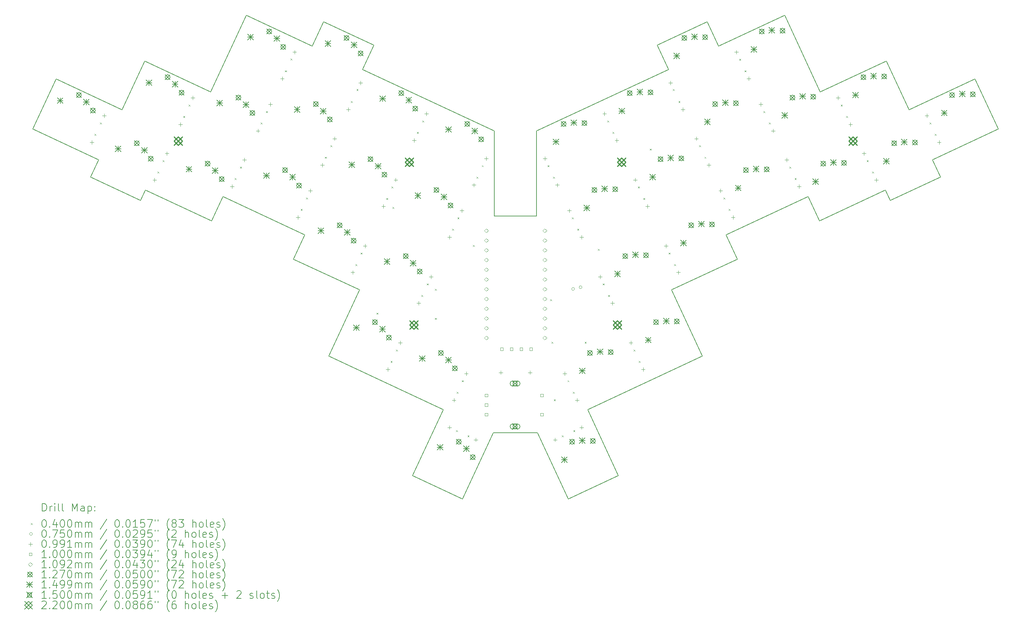
<source format=gbr>
%FSLAX45Y45*%
G04 Gerber Fmt 4.5, Leading zero omitted, Abs format (unit mm)*
G04 Created by KiCad (PCBNEW (5.99.0-13010-g08938463f1)) date 2021-12-30 23:19:25*
%MOMM*%
%LPD*%
G01*
G04 APERTURE LIST*
%TA.AperFunction,Profile*%
%ADD10C,0.150000*%
%TD*%
%ADD11C,0.200000*%
%ADD12C,0.040000*%
%ADD13C,0.075000*%
%ADD14C,0.099060*%
%ADD15C,0.100000*%
%ADD16C,0.109220*%
%ADD17C,0.127000*%
%ADD18C,0.149860*%
%ADD19C,0.150000*%
%ADD20C,0.220000*%
G04 APERTURE END LIST*
D10*
X11303259Y-14889868D02*
X12106234Y-13167883D01*
X4335537Y-7447930D02*
X6057521Y-8250904D01*
X21918470Y-8250904D02*
X23640454Y-7447930D01*
X1392992Y-5855123D02*
X3114977Y-6658098D01*
X23640454Y-7447930D02*
X23767240Y-7719822D01*
X13411317Y-13776453D02*
X14564674Y-13776453D01*
X19287048Y-3696256D02*
X21009033Y-2893281D01*
X18057598Y-10051258D02*
X19779583Y-9248283D01*
X14537995Y-5910776D02*
X14537995Y-8124032D01*
X19287048Y-3696256D02*
X18991216Y-3061840D01*
X9994026Y-4304826D02*
X10289859Y-3670411D01*
X23767240Y-7719822D02*
X25072323Y-7111252D01*
X19483750Y-8613868D02*
X21622637Y-7616489D01*
X18991216Y-3061840D02*
X17686132Y-3670411D01*
X6966958Y-2893281D02*
X8688943Y-3696256D01*
X21009033Y-2893281D02*
X21938793Y-4887158D01*
X13437995Y-8124032D02*
X13437995Y-5910776D01*
X21622637Y-7616489D02*
X21918470Y-8250904D01*
X17686132Y-3670411D02*
X17981965Y-4304826D01*
X4208751Y-7719822D02*
X4335537Y-7447930D01*
X8492241Y-8613868D02*
X8196408Y-9248283D01*
X14537995Y-5910776D02*
X17981965Y-4304826D01*
X19779583Y-9248283D02*
X19483750Y-8613868D01*
X2001563Y-4550040D02*
X1392992Y-5855123D01*
X6037198Y-4887158D02*
X6966958Y-2893281D01*
X11303259Y-14889868D02*
X12608342Y-15498438D01*
X6057521Y-8250904D02*
X6353354Y-7616489D01*
X8196408Y-9248283D02*
X9918393Y-10051258D01*
X24861014Y-6658098D02*
X26582999Y-5855123D01*
X4315213Y-4084184D02*
X6037198Y-4887158D01*
X23660778Y-4084184D02*
X24252444Y-5353015D01*
X26582999Y-5855123D02*
X25974428Y-4550040D01*
X14564674Y-13776453D02*
X15367649Y-15498438D01*
X24252444Y-5353015D02*
X25974428Y-4550040D01*
X6353354Y-7616489D02*
X8492241Y-8613868D01*
X9994026Y-4304826D02*
X13437995Y-5910776D01*
X3723547Y-5353015D02*
X4315213Y-4084184D01*
X25072323Y-7111252D02*
X24861014Y-6658098D01*
X15869757Y-13167883D02*
X18860573Y-11773243D01*
X21938793Y-4887158D02*
X23660778Y-4084184D01*
X2903668Y-7111252D02*
X4208751Y-7719822D01*
X3114977Y-6658098D02*
X2903668Y-7111252D01*
X15367649Y-15498438D02*
X16672732Y-14889868D01*
X10289859Y-3670411D02*
X8984776Y-3061840D01*
X14537995Y-8124032D02*
X13437995Y-8124032D01*
X8984776Y-3061840D02*
X8688943Y-3696256D01*
X18057598Y-10051258D02*
X18860573Y-11773243D01*
X9115418Y-11773243D02*
X12106234Y-13167883D01*
X9115418Y-11773243D02*
X9918393Y-10051258D01*
X2001563Y-4550040D02*
X3723547Y-5353015D01*
X15869757Y-13167883D02*
X16672732Y-14889868D01*
X12608342Y-15498438D02*
X13411317Y-13776453D01*
D11*
D12*
X3007790Y-5985070D02*
X3047790Y-6025070D01*
X3047790Y-5985070D02*
X3007790Y-6025070D01*
X3147252Y-5685989D02*
X3187252Y-5725989D01*
X3187252Y-5685989D02*
X3147252Y-5725989D01*
X4645248Y-6969301D02*
X4685248Y-7009301D01*
X4685248Y-6969301D02*
X4645248Y-7009301D01*
X4784712Y-6670219D02*
X4824712Y-6710219D01*
X4824712Y-6670219D02*
X4784712Y-6710219D01*
X5321440Y-5519210D02*
X5361440Y-5559210D01*
X5361440Y-5519210D02*
X5321440Y-5559210D01*
X5460902Y-5220129D02*
X5500902Y-5260129D01*
X5500902Y-5220129D02*
X5460902Y-5260129D01*
X6663070Y-7137860D02*
X6703070Y-7177860D01*
X6703070Y-7137860D02*
X6663070Y-7177860D01*
X6802530Y-6838780D02*
X6842530Y-6878780D01*
X6842530Y-6838780D02*
X6802530Y-6878780D01*
X7339260Y-5687770D02*
X7379260Y-5727770D01*
X7379260Y-5687770D02*
X7339260Y-5727770D01*
X7478722Y-5388689D02*
X7518722Y-5428689D01*
X7518722Y-5388689D02*
X7478722Y-5428689D01*
X7973190Y-4328310D02*
X8013190Y-4368310D01*
X8013190Y-4328310D02*
X7973190Y-4368310D01*
X8117604Y-4018604D02*
X8157604Y-4058604D01*
X8157604Y-4018604D02*
X8117604Y-4058604D01*
X8385058Y-7940841D02*
X8425058Y-7980841D01*
X8425058Y-7940841D02*
X8385058Y-7980841D01*
X8524520Y-7641760D02*
X8564520Y-7681760D01*
X8564520Y-7641760D02*
X8524520Y-7681760D01*
X9018978Y-6581381D02*
X9058978Y-6621381D01*
X9058978Y-6581381D02*
X9018978Y-6621381D01*
X9158442Y-6282299D02*
X9198442Y-6322299D01*
X9198442Y-6282299D02*
X9158442Y-6322299D01*
X9695170Y-5131280D02*
X9735170Y-5171280D01*
X9735170Y-5131280D02*
X9695170Y-5171280D01*
X9811210Y-9378230D02*
X9851210Y-9418230D01*
X9851210Y-9378230D02*
X9811210Y-9418230D01*
X9841489Y-4817489D02*
X9881489Y-4857489D01*
X9881489Y-4817489D02*
X9841489Y-4857489D01*
X9950672Y-9079149D02*
X9990672Y-9119149D01*
X9990672Y-9079149D02*
X9950672Y-9119149D01*
X10359670Y-10645000D02*
X10399670Y-10685000D01*
X10399670Y-10645000D02*
X10359670Y-10685000D01*
X10614180Y-7656240D02*
X10654180Y-7696240D01*
X10654180Y-7656240D02*
X10614180Y-7696240D01*
X10730218Y-11903191D02*
X10770218Y-11943191D01*
X10770218Y-11903191D02*
X10730218Y-11943191D01*
X10753642Y-7357159D02*
X10793642Y-7397159D01*
X10793642Y-7357159D02*
X10753642Y-7397159D01*
X10775930Y-7886580D02*
X10815930Y-7926580D01*
X10815930Y-7886580D02*
X10775930Y-7926580D01*
X10869680Y-11604110D02*
X10909680Y-11644110D01*
X10909680Y-11604110D02*
X10869680Y-11644110D01*
X11417160Y-5934260D02*
X11457160Y-5974260D01*
X11457160Y-5934260D02*
X11417160Y-5974260D01*
X11533188Y-10181201D02*
X11573188Y-10221201D01*
X11573188Y-10181201D02*
X11533188Y-10221201D01*
X11556622Y-5635179D02*
X11596622Y-5675179D01*
X11596622Y-5635179D02*
X11556622Y-5675179D01*
X11672652Y-9882119D02*
X11712652Y-9922119D01*
X11712652Y-9882119D02*
X11672652Y-9922119D01*
X11885500Y-10021500D02*
X11925500Y-10061500D01*
X11925500Y-10021500D02*
X11885500Y-10061500D01*
X11885500Y-10781500D02*
X11925500Y-10821500D01*
X11925500Y-10781500D02*
X11885500Y-10821500D01*
X12336170Y-8459220D02*
X12376170Y-8499220D01*
X12376170Y-8459220D02*
X12336170Y-8499220D01*
X12439209Y-13704178D02*
X12479209Y-13744178D01*
X12479209Y-13704178D02*
X12439209Y-13744178D01*
X12452198Y-12706161D02*
X12492198Y-12746161D01*
X12492198Y-12706161D02*
X12452198Y-12746161D01*
X12475630Y-8160140D02*
X12515630Y-8200140D01*
X12515630Y-8160140D02*
X12475630Y-8200140D01*
X12591660Y-12407080D02*
X12631660Y-12447080D01*
X12631660Y-12407080D02*
X12591660Y-12447080D01*
X12738291Y-13843642D02*
X12778291Y-13883642D01*
X12778291Y-13843642D02*
X12738291Y-13883642D01*
X12878810Y-8879810D02*
X12918810Y-8919810D01*
X12918810Y-8879810D02*
X12878810Y-8919810D01*
X12970098Y-7099761D02*
X13010098Y-7139761D01*
X13010098Y-7099761D02*
X12970098Y-7139761D01*
X13109562Y-6800679D02*
X13149562Y-6840679D01*
X13149562Y-6800679D02*
X13109562Y-6840679D01*
X14826438Y-6800679D02*
X14866438Y-6840679D01*
X14866438Y-6800679D02*
X14826438Y-6840679D01*
X14892740Y-10291570D02*
X14932740Y-10331570D01*
X14932740Y-10291570D02*
X14892740Y-10331570D01*
X14925320Y-11404190D02*
X14965320Y-11444190D01*
X14965320Y-11404190D02*
X14925320Y-11444190D01*
X14965902Y-7099761D02*
X15005902Y-7139761D01*
X15005902Y-7099761D02*
X14965902Y-7139761D01*
X14989070Y-12899630D02*
X15029070Y-12939630D01*
X15029070Y-12899630D02*
X14989070Y-12939630D01*
X15197709Y-13843642D02*
X15237709Y-13883642D01*
X15237709Y-13843642D02*
X15197709Y-13883642D01*
X15344328Y-12407079D02*
X15384328Y-12447079D01*
X15384328Y-12407079D02*
X15344328Y-12447079D01*
X15460358Y-8160139D02*
X15500358Y-8200139D01*
X15500358Y-8160139D02*
X15460358Y-8200139D01*
X15483792Y-12706161D02*
X15523792Y-12746161D01*
X15523792Y-12706161D02*
X15483792Y-12746161D01*
X15496791Y-13704178D02*
X15536791Y-13744178D01*
X15536791Y-13704178D02*
X15496791Y-13744178D01*
X15599822Y-8459221D02*
X15639822Y-8499221D01*
X15639822Y-8459221D02*
X15599822Y-8499221D01*
X15794170Y-11406030D02*
X15834170Y-11446030D01*
X15834170Y-11406030D02*
X15794170Y-11446030D01*
X16134620Y-8978530D02*
X16174620Y-9018530D01*
X16174620Y-8978530D02*
X16134620Y-9018530D01*
X16263340Y-9882120D02*
X16303340Y-9922120D01*
X16303340Y-9882120D02*
X16263340Y-9922120D01*
X16379368Y-5635179D02*
X16419368Y-5675179D01*
X16419368Y-5635179D02*
X16379368Y-5675179D01*
X16402802Y-10181201D02*
X16442802Y-10221201D01*
X16442802Y-10181201D02*
X16402802Y-10221201D01*
X16518830Y-5934260D02*
X16558830Y-5974260D01*
X16558830Y-5934260D02*
X16518830Y-5974260D01*
X17066308Y-11604109D02*
X17106308Y-11644109D01*
X17106308Y-11604109D02*
X17066308Y-11644109D01*
X17182348Y-7357159D02*
X17222348Y-7397159D01*
X17222348Y-7357159D02*
X17182348Y-7397159D01*
X17205772Y-11903191D02*
X17245772Y-11943191D01*
X17245772Y-11903191D02*
X17205772Y-11943191D01*
X17321812Y-7656241D02*
X17361812Y-7696241D01*
X17361812Y-7656241D02*
X17321812Y-7696241D01*
X17489370Y-6368950D02*
X17529370Y-6408950D01*
X17529370Y-6368950D02*
X17489370Y-6408950D01*
X17985320Y-9079150D02*
X18025320Y-9119150D01*
X18025320Y-9079150D02*
X17985320Y-9119150D01*
X18094504Y-4817496D02*
X18134504Y-4857496D01*
X18134504Y-4817496D02*
X18094504Y-4857496D01*
X18124780Y-9378230D02*
X18164780Y-9418230D01*
X18164780Y-9378230D02*
X18124780Y-9418230D01*
X18240822Y-5131281D02*
X18280822Y-5171281D01*
X18280822Y-5131281D02*
X18240822Y-5171281D01*
X18777550Y-6282300D02*
X18817550Y-6322300D01*
X18817550Y-6282300D02*
X18777550Y-6322300D01*
X18917012Y-6581381D02*
X18957012Y-6621381D01*
X18957012Y-6581381D02*
X18917012Y-6621381D01*
X19411470Y-7641760D02*
X19451470Y-7681760D01*
X19451470Y-7641760D02*
X19411470Y-7681760D01*
X19550932Y-7940841D02*
X19590932Y-7980841D01*
X19590932Y-7940841D02*
X19550932Y-7980841D01*
X19823338Y-4029229D02*
X19863338Y-4069229D01*
X19863338Y-4029229D02*
X19823338Y-4069229D01*
X19962802Y-4328311D02*
X20002802Y-4368311D01*
X20002802Y-4328311D02*
X19962802Y-4368311D01*
X20457268Y-5388689D02*
X20497268Y-5428689D01*
X20497268Y-5388689D02*
X20457268Y-5428689D01*
X20596730Y-5687770D02*
X20636730Y-5727770D01*
X20636730Y-5687770D02*
X20596730Y-5727770D01*
X21133458Y-6838779D02*
X21173458Y-6878779D01*
X21173458Y-6838779D02*
X21133458Y-6878779D01*
X21272922Y-7137861D02*
X21312922Y-7177861D01*
X21312922Y-7137861D02*
X21272922Y-7177861D01*
X22475090Y-5220130D02*
X22515090Y-5260130D01*
X22515090Y-5220130D02*
X22475090Y-5260130D01*
X22614552Y-5519211D02*
X22654552Y-5559211D01*
X22654552Y-5519211D02*
X22614552Y-5559211D01*
X23151278Y-6670219D02*
X23191278Y-6710219D01*
X23191278Y-6670219D02*
X23151278Y-6710219D01*
X23290742Y-6969301D02*
X23330742Y-7009301D01*
X23330742Y-6969301D02*
X23290742Y-7009301D01*
X24788738Y-5685989D02*
X24828738Y-5725989D01*
X24828738Y-5685989D02*
X24788738Y-5725989D01*
X24928202Y-5985071D02*
X24968202Y-6025071D01*
X24968202Y-5985071D02*
X24928202Y-6025071D01*
D13*
X15528063Y-10025495D02*
G75*
G03*
X15528063Y-10025495I-37500J0D01*
G01*
X15722937Y-9980505D02*
G75*
G03*
X15722937Y-9980505I-37500J0D01*
G01*
D14*
X2936502Y-6151303D02*
X2936502Y-6250363D01*
X2886972Y-6200833D02*
X2986032Y-6200833D01*
X3258538Y-5460697D02*
X3258538Y-5559757D01*
X3209008Y-5510227D02*
X3308068Y-5510227D01*
X4573962Y-7135533D02*
X4573962Y-7234593D01*
X4524432Y-7185063D02*
X4623492Y-7185063D01*
X4895998Y-6444927D02*
X4895998Y-6543987D01*
X4846468Y-6494457D02*
X4945528Y-6494457D01*
X5250152Y-5685443D02*
X5250152Y-5784503D01*
X5200622Y-5734973D02*
X5299682Y-5734973D01*
X5572188Y-4994837D02*
X5572188Y-5093897D01*
X5522658Y-5044367D02*
X5621718Y-5044367D01*
X6591782Y-7304093D02*
X6591782Y-7403153D01*
X6542252Y-7353623D02*
X6641312Y-7353623D01*
X6913818Y-6613487D02*
X6913818Y-6712547D01*
X6864288Y-6663017D02*
X6963348Y-6663017D01*
X7267972Y-5854003D02*
X7267972Y-5953063D01*
X7218442Y-5903533D02*
X7317502Y-5903533D01*
X7590008Y-5163397D02*
X7590008Y-5262457D01*
X7540478Y-5212927D02*
X7639538Y-5212927D01*
X7901902Y-4494543D02*
X7901902Y-4593603D01*
X7852372Y-4544073D02*
X7951432Y-4544073D01*
X8223938Y-3803937D02*
X8223938Y-3902997D01*
X8174408Y-3853467D02*
X8273468Y-3853467D01*
X8313772Y-8107073D02*
X8313772Y-8206133D01*
X8264242Y-8156603D02*
X8363302Y-8156603D01*
X8635808Y-7416467D02*
X8635808Y-7515527D01*
X8586278Y-7465997D02*
X8685338Y-7465997D01*
X8947692Y-6747613D02*
X8947692Y-6846673D01*
X8898162Y-6797143D02*
X8997222Y-6797143D01*
X9269728Y-6057007D02*
X9269728Y-6156067D01*
X9220198Y-6106537D02*
X9319258Y-6106537D01*
X9623882Y-5297513D02*
X9623882Y-5396573D01*
X9574352Y-5347043D02*
X9673412Y-5347043D01*
X9739922Y-9544463D02*
X9739922Y-9643523D01*
X9690392Y-9593993D02*
X9789452Y-9593993D01*
X9945918Y-4606907D02*
X9945918Y-4705967D01*
X9896388Y-4656437D02*
X9995448Y-4656437D01*
X10061958Y-8853857D02*
X10061958Y-8952917D01*
X10012428Y-8903387D02*
X10111488Y-8903387D01*
X10542892Y-7822473D02*
X10542892Y-7921533D01*
X10493362Y-7872003D02*
X10592422Y-7872003D01*
X10658932Y-12069423D02*
X10658932Y-12168483D01*
X10609402Y-12118953D02*
X10708462Y-12118953D01*
X10864928Y-7131867D02*
X10864928Y-7230927D01*
X10815398Y-7181397D02*
X10914458Y-7181397D01*
X10980968Y-11378817D02*
X10980968Y-11477877D01*
X10931438Y-11428347D02*
X11030498Y-11428347D01*
X11345872Y-6100493D02*
X11345872Y-6199553D01*
X11296342Y-6150023D02*
X11395402Y-6150023D01*
X11461902Y-10347433D02*
X11461902Y-10446493D01*
X11412372Y-10396963D02*
X11511432Y-10396963D01*
X11667908Y-5409887D02*
X11667908Y-5508947D01*
X11618378Y-5459417D02*
X11717438Y-5459417D01*
X11783938Y-9656827D02*
X11783938Y-9755887D01*
X11734408Y-9706357D02*
X11833468Y-9706357D01*
X12263447Y-13583362D02*
X12263447Y-13682422D01*
X12213917Y-13632892D02*
X12312977Y-13632892D01*
X12264882Y-8625453D02*
X12264882Y-8724513D01*
X12215352Y-8674983D02*
X12314412Y-8674983D01*
X12380912Y-12872393D02*
X12380912Y-12971453D01*
X12331382Y-12921923D02*
X12430442Y-12921923D01*
X12586918Y-7934847D02*
X12586918Y-8033907D01*
X12537388Y-7984377D02*
X12636448Y-7984377D01*
X12702948Y-12181787D02*
X12702948Y-12280847D01*
X12653418Y-12231317D02*
X12752478Y-12231317D01*
X12898812Y-7265993D02*
X12898812Y-7365053D01*
X12849282Y-7315523D02*
X12948342Y-7315523D01*
X12954053Y-13905398D02*
X12954053Y-14004458D01*
X12904523Y-13954928D02*
X13003583Y-13954928D01*
X13220848Y-6575387D02*
X13220848Y-6674447D01*
X13171318Y-6624917D02*
X13270378Y-6624917D01*
X13607000Y-12153470D02*
X13607000Y-12252530D01*
X13557470Y-12203000D02*
X13656530Y-12203000D01*
X14369000Y-12153470D02*
X14369000Y-12252530D01*
X14319470Y-12203000D02*
X14418530Y-12203000D01*
X14755152Y-6575387D02*
X14755152Y-6674447D01*
X14705622Y-6624917D02*
X14804682Y-6624917D01*
X15021947Y-13905398D02*
X15021947Y-14004458D01*
X14972417Y-13954928D02*
X15071477Y-13954928D01*
X15077188Y-7265993D02*
X15077188Y-7365053D01*
X15027658Y-7315523D02*
X15126718Y-7315523D01*
X15273042Y-12181787D02*
X15273042Y-12280847D01*
X15223512Y-12231317D02*
X15322572Y-12231317D01*
X15389072Y-7934847D02*
X15389072Y-8033907D01*
X15339542Y-7984377D02*
X15438602Y-7984377D01*
X15595078Y-12872393D02*
X15595078Y-12971453D01*
X15545548Y-12921923D02*
X15644608Y-12921923D01*
X15711108Y-8625453D02*
X15711108Y-8724513D01*
X15661578Y-8674983D02*
X15760638Y-8674983D01*
X15712553Y-13583362D02*
X15712553Y-13682422D01*
X15663023Y-13632892D02*
X15762083Y-13632892D01*
X16192052Y-9656827D02*
X16192052Y-9755887D01*
X16142522Y-9706357D02*
X16241582Y-9706357D01*
X16308082Y-5409887D02*
X16308082Y-5508947D01*
X16258552Y-5459417D02*
X16357612Y-5459417D01*
X16514088Y-10347433D02*
X16514088Y-10446493D01*
X16464558Y-10396963D02*
X16563618Y-10396963D01*
X16630118Y-6100493D02*
X16630118Y-6199553D01*
X16580588Y-6150023D02*
X16679648Y-6150023D01*
X16995022Y-11378817D02*
X16995022Y-11477877D01*
X16945492Y-11428347D02*
X17044552Y-11428347D01*
X17111062Y-7131867D02*
X17111062Y-7230927D01*
X17061532Y-7181397D02*
X17160592Y-7181397D01*
X17317058Y-12069423D02*
X17317058Y-12168483D01*
X17267528Y-12118953D02*
X17366588Y-12118953D01*
X17433098Y-7822473D02*
X17433098Y-7921533D01*
X17383568Y-7872003D02*
X17482628Y-7872003D01*
X17914032Y-8853857D02*
X17914032Y-8952917D01*
X17864502Y-8903387D02*
X17963562Y-8903387D01*
X18030072Y-4606907D02*
X18030072Y-4705967D01*
X17980542Y-4656437D02*
X18079602Y-4656437D01*
X18236068Y-9544463D02*
X18236068Y-9643523D01*
X18186538Y-9593993D02*
X18285598Y-9593993D01*
X18352108Y-5297513D02*
X18352108Y-5396573D01*
X18302578Y-5347043D02*
X18401638Y-5347043D01*
X18706262Y-6057007D02*
X18706262Y-6156067D01*
X18656732Y-6106537D02*
X18755792Y-6106537D01*
X19028298Y-6747613D02*
X19028298Y-6846673D01*
X18978768Y-6797143D02*
X19077828Y-6797143D01*
X19340182Y-7416467D02*
X19340182Y-7515527D01*
X19290652Y-7465997D02*
X19389712Y-7465997D01*
X19662218Y-8107073D02*
X19662218Y-8206133D01*
X19612688Y-8156603D02*
X19711748Y-8156603D01*
X19752052Y-3803937D02*
X19752052Y-3902997D01*
X19702522Y-3853467D02*
X19801582Y-3853467D01*
X20074088Y-4494543D02*
X20074088Y-4593603D01*
X20024558Y-4544073D02*
X20123618Y-4544073D01*
X20385982Y-5163397D02*
X20385982Y-5262457D01*
X20336452Y-5212927D02*
X20435512Y-5212927D01*
X20708018Y-5854003D02*
X20708018Y-5953063D01*
X20658488Y-5903533D02*
X20757548Y-5903533D01*
X21062172Y-6613487D02*
X21062172Y-6712547D01*
X21012642Y-6663017D02*
X21111702Y-6663017D01*
X21384208Y-7304093D02*
X21384208Y-7403153D01*
X21334678Y-7353623D02*
X21433738Y-7353623D01*
X22403802Y-4994837D02*
X22403802Y-5093897D01*
X22354272Y-5044367D02*
X22453332Y-5044367D01*
X22725838Y-5685443D02*
X22725838Y-5784503D01*
X22676308Y-5734973D02*
X22775368Y-5734973D01*
X23079992Y-6444927D02*
X23079992Y-6543987D01*
X23030462Y-6494457D02*
X23129522Y-6494457D01*
X23402028Y-7135533D02*
X23402028Y-7234593D01*
X23352498Y-7185063D02*
X23451558Y-7185063D01*
X24717452Y-5460697D02*
X24717452Y-5559757D01*
X24667922Y-5510227D02*
X24766982Y-5510227D01*
X25039488Y-6151303D02*
X25039488Y-6250363D01*
X24989958Y-6200833D02*
X25089018Y-6200833D01*
D15*
X13261356Y-12834356D02*
X13261356Y-12763644D01*
X13190644Y-12763644D01*
X13190644Y-12834356D01*
X13261356Y-12834356D01*
X13261356Y-13084356D02*
X13261356Y-13013644D01*
X13190644Y-13013644D01*
X13190644Y-13084356D01*
X13261356Y-13084356D01*
X13261356Y-13334356D02*
X13261356Y-13263644D01*
X13190644Y-13263644D01*
X13190644Y-13334356D01*
X13261356Y-13334356D01*
X13666356Y-11628356D02*
X13666356Y-11557644D01*
X13595644Y-11557644D01*
X13595644Y-11628356D01*
X13666356Y-11628356D01*
X13920356Y-11628356D02*
X13920356Y-11557644D01*
X13849644Y-11557644D01*
X13849644Y-11628356D01*
X13920356Y-11628356D01*
X14174356Y-11628356D02*
X14174356Y-11557644D01*
X14103644Y-11557644D01*
X14103644Y-11628356D01*
X14174356Y-11628356D01*
X14428356Y-11628356D02*
X14428356Y-11557644D01*
X14357644Y-11557644D01*
X14357644Y-11628356D01*
X14428356Y-11628356D01*
X14711356Y-12834356D02*
X14711356Y-12763644D01*
X14640644Y-12763644D01*
X14640644Y-12834356D01*
X14711356Y-12834356D01*
X14711356Y-13334356D02*
X14711356Y-13263644D01*
X14640644Y-13263644D01*
X14640644Y-13334356D01*
X14711356Y-13334356D01*
D16*
X13226000Y-8560610D02*
X13280610Y-8506000D01*
X13226000Y-8451390D01*
X13171390Y-8506000D01*
X13226000Y-8560610D01*
X13226000Y-8814610D02*
X13280610Y-8760000D01*
X13226000Y-8705390D01*
X13171390Y-8760000D01*
X13226000Y-8814610D01*
X13226000Y-9068610D02*
X13280610Y-9014000D01*
X13226000Y-8959390D01*
X13171390Y-9014000D01*
X13226000Y-9068610D01*
X13226000Y-9322610D02*
X13280610Y-9268000D01*
X13226000Y-9213390D01*
X13171390Y-9268000D01*
X13226000Y-9322610D01*
X13226000Y-9576610D02*
X13280610Y-9522000D01*
X13226000Y-9467390D01*
X13171390Y-9522000D01*
X13226000Y-9576610D01*
X13226000Y-9830610D02*
X13280610Y-9776000D01*
X13226000Y-9721390D01*
X13171390Y-9776000D01*
X13226000Y-9830610D01*
X13226000Y-10084610D02*
X13280610Y-10030000D01*
X13226000Y-9975390D01*
X13171390Y-10030000D01*
X13226000Y-10084610D01*
X13226000Y-10338610D02*
X13280610Y-10284000D01*
X13226000Y-10229390D01*
X13171390Y-10284000D01*
X13226000Y-10338610D01*
X13226000Y-10592610D02*
X13280610Y-10538000D01*
X13226000Y-10483390D01*
X13171390Y-10538000D01*
X13226000Y-10592610D01*
X13226000Y-10846610D02*
X13280610Y-10792000D01*
X13226000Y-10737390D01*
X13171390Y-10792000D01*
X13226000Y-10846610D01*
X13226000Y-11100610D02*
X13280610Y-11046000D01*
X13226000Y-10991390D01*
X13171390Y-11046000D01*
X13226000Y-11100610D01*
X13226000Y-11354610D02*
X13280610Y-11300000D01*
X13226000Y-11245390D01*
X13171390Y-11300000D01*
X13226000Y-11354610D01*
X14750000Y-8560610D02*
X14804610Y-8506000D01*
X14750000Y-8451390D01*
X14695390Y-8506000D01*
X14750000Y-8560610D01*
X14750000Y-8814610D02*
X14804610Y-8760000D01*
X14750000Y-8705390D01*
X14695390Y-8760000D01*
X14750000Y-8814610D01*
X14750000Y-9068610D02*
X14804610Y-9014000D01*
X14750000Y-8959390D01*
X14695390Y-9014000D01*
X14750000Y-9068610D01*
X14750000Y-9322610D02*
X14804610Y-9268000D01*
X14750000Y-9213390D01*
X14695390Y-9268000D01*
X14750000Y-9322610D01*
X14750000Y-9576610D02*
X14804610Y-9522000D01*
X14750000Y-9467390D01*
X14695390Y-9522000D01*
X14750000Y-9576610D01*
X14750000Y-9830610D02*
X14804610Y-9776000D01*
X14750000Y-9721390D01*
X14695390Y-9776000D01*
X14750000Y-9830610D01*
X14750000Y-10084610D02*
X14804610Y-10030000D01*
X14750000Y-9975390D01*
X14695390Y-10030000D01*
X14750000Y-10084610D01*
X14750000Y-10338610D02*
X14804610Y-10284000D01*
X14750000Y-10229390D01*
X14695390Y-10284000D01*
X14750000Y-10338610D01*
X14750000Y-10592610D02*
X14804610Y-10538000D01*
X14750000Y-10483390D01*
X14695390Y-10538000D01*
X14750000Y-10592610D01*
X14750000Y-10846610D02*
X14804610Y-10792000D01*
X14750000Y-10737390D01*
X14695390Y-10792000D01*
X14750000Y-10846610D01*
X14750000Y-11100610D02*
X14804610Y-11046000D01*
X14750000Y-10991390D01*
X14695390Y-11046000D01*
X14750000Y-11100610D01*
X14750000Y-11354610D02*
X14804610Y-11300000D01*
X14750000Y-11245390D01*
X14695390Y-11300000D01*
X14750000Y-11354610D01*
D17*
X2535665Y-4908648D02*
X2662665Y-5035648D01*
X2662665Y-4908648D02*
X2535665Y-5035648D01*
X2662665Y-4972148D02*
G75*
G03*
X2662665Y-4972148I-63500J0D01*
G01*
X2900069Y-5310282D02*
X3027069Y-5437282D01*
X3027069Y-5310282D02*
X2900069Y-5437282D01*
X3027069Y-5373782D02*
G75*
G03*
X3027069Y-5373782I-63500J0D01*
G01*
X4046335Y-6164778D02*
X4173335Y-6291778D01*
X4173335Y-6164778D02*
X4046335Y-6291778D01*
X4173335Y-6228278D02*
G75*
G03*
X4173335Y-6228278I-63500J0D01*
G01*
X4410739Y-6566412D02*
X4537739Y-6693412D01*
X4537739Y-6566412D02*
X4410739Y-6693412D01*
X4537739Y-6629912D02*
G75*
G03*
X4537739Y-6629912I-63500J0D01*
G01*
X4849315Y-4442788D02*
X4976315Y-4569788D01*
X4976315Y-4442788D02*
X4849315Y-4569788D01*
X4976315Y-4506288D02*
G75*
G03*
X4976315Y-4506288I-63500J0D01*
G01*
X5213719Y-4844422D02*
X5340719Y-4971422D01*
X5340719Y-4844422D02*
X5213719Y-4971422D01*
X5340719Y-4907922D02*
G75*
G03*
X5340719Y-4907922I-63500J0D01*
G01*
X5895115Y-6695858D02*
X6022115Y-6822858D01*
X6022115Y-6695858D02*
X5895115Y-6822858D01*
X6022115Y-6759358D02*
G75*
G03*
X6022115Y-6759358I-63500J0D01*
G01*
X6259519Y-7097492D02*
X6386519Y-7224492D01*
X6386519Y-7097492D02*
X6259519Y-7224492D01*
X6386519Y-7160992D02*
G75*
G03*
X6386519Y-7160992I-63500J0D01*
G01*
X6698085Y-4973868D02*
X6825085Y-5100868D01*
X6825085Y-4973868D02*
X6698085Y-5100868D01*
X6825085Y-5037368D02*
G75*
G03*
X6825085Y-5037368I-63500J0D01*
G01*
X7062489Y-5375502D02*
X7189489Y-5502502D01*
X7189489Y-5375502D02*
X7062489Y-5502502D01*
X7189489Y-5439002D02*
G75*
G03*
X7189489Y-5439002I-63500J0D01*
G01*
X7501055Y-3251888D02*
X7628055Y-3378888D01*
X7628055Y-3251888D02*
X7501055Y-3378888D01*
X7628055Y-3315388D02*
G75*
G03*
X7628055Y-3315388I-63500J0D01*
G01*
X7865459Y-3653522D02*
X7992459Y-3780522D01*
X7992459Y-3653522D02*
X7865459Y-3780522D01*
X7992459Y-3717022D02*
G75*
G03*
X7992459Y-3717022I-63500J0D01*
G01*
X7912925Y-6864418D02*
X8039925Y-6991418D01*
X8039925Y-6864418D02*
X7912925Y-6991418D01*
X8039925Y-6927918D02*
G75*
G03*
X8039925Y-6927918I-63500J0D01*
G01*
X8277329Y-7266052D02*
X8404329Y-7393052D01*
X8404329Y-7266052D02*
X8277329Y-7393052D01*
X8404329Y-7329552D02*
G75*
G03*
X8404329Y-7329552I-63500J0D01*
G01*
X8715905Y-5142428D02*
X8842905Y-5269428D01*
X8842905Y-5142428D02*
X8715905Y-5269428D01*
X8842905Y-5205928D02*
G75*
G03*
X8842905Y-5205928I-63500J0D01*
G01*
X9080309Y-5544062D02*
X9207309Y-5671062D01*
X9207309Y-5544062D02*
X9080309Y-5671062D01*
X9207309Y-5607562D02*
G75*
G03*
X9207309Y-5607562I-63500J0D01*
G01*
X9339075Y-8301808D02*
X9466075Y-8428808D01*
X9466075Y-8301808D02*
X9339075Y-8428808D01*
X9466075Y-8365308D02*
G75*
G03*
X9466075Y-8365308I-63500J0D01*
G01*
X9518875Y-3420448D02*
X9645875Y-3547448D01*
X9645875Y-3420448D02*
X9518875Y-3547448D01*
X9645875Y-3483948D02*
G75*
G03*
X9645875Y-3483948I-63500J0D01*
G01*
X9703479Y-8703442D02*
X9830479Y-8830442D01*
X9830479Y-8703442D02*
X9703479Y-8830442D01*
X9830479Y-8766942D02*
G75*
G03*
X9830479Y-8766942I-63500J0D01*
G01*
X9883279Y-3822082D02*
X10010279Y-3949082D01*
X10010279Y-3822082D02*
X9883279Y-3949082D01*
X10010279Y-3885582D02*
G75*
G03*
X10010279Y-3885582I-63500J0D01*
G01*
X10142055Y-6579818D02*
X10269055Y-6706818D01*
X10269055Y-6579818D02*
X10142055Y-6706818D01*
X10269055Y-6643318D02*
G75*
G03*
X10269055Y-6643318I-63500J0D01*
G01*
X10258085Y-10826768D02*
X10385085Y-10953768D01*
X10385085Y-10826768D02*
X10258085Y-10953768D01*
X10385085Y-10890268D02*
G75*
G03*
X10385085Y-10890268I-63500J0D01*
G01*
X10506459Y-6981452D02*
X10633459Y-7108452D01*
X10633459Y-6981452D02*
X10506459Y-7108452D01*
X10633459Y-7044952D02*
G75*
G03*
X10633459Y-7044952I-63500J0D01*
G01*
X10622489Y-11228402D02*
X10749489Y-11355402D01*
X10749489Y-11228402D02*
X10622489Y-11355402D01*
X10749489Y-11291902D02*
G75*
G03*
X10749489Y-11291902I-63500J0D01*
G01*
X10945025Y-4857838D02*
X11072025Y-4984838D01*
X11072025Y-4857838D02*
X10945025Y-4984838D01*
X11072025Y-4921338D02*
G75*
G03*
X11072025Y-4921338I-63500J0D01*
G01*
X11061065Y-9104778D02*
X11188065Y-9231778D01*
X11188065Y-9104778D02*
X11061065Y-9231778D01*
X11188065Y-9168278D02*
G75*
G03*
X11188065Y-9168278I-63500J0D01*
G01*
X11309429Y-5259472D02*
X11436429Y-5386472D01*
X11436429Y-5259472D02*
X11309429Y-5386472D01*
X11436429Y-5322972D02*
G75*
G03*
X11436429Y-5322972I-63500J0D01*
G01*
X11425469Y-9506412D02*
X11552469Y-9633412D01*
X11552469Y-9506412D02*
X11425469Y-9633412D01*
X11552469Y-9569912D02*
G75*
G03*
X11552469Y-9569912I-63500J0D01*
G01*
X11864035Y-7382798D02*
X11991035Y-7509798D01*
X11991035Y-7382798D02*
X11864035Y-7509798D01*
X11991035Y-7446298D02*
G75*
G03*
X11991035Y-7446298I-63500J0D01*
G01*
X11980075Y-11629738D02*
X12107075Y-11756738D01*
X12107075Y-11629738D02*
X11980075Y-11756738D01*
X12107075Y-11693238D02*
G75*
G03*
X12107075Y-11693238I-63500J0D01*
G01*
X12228439Y-7784432D02*
X12355439Y-7911432D01*
X12355439Y-7784432D02*
X12228439Y-7911432D01*
X12355439Y-7847932D02*
G75*
G03*
X12355439Y-7847932I-63500J0D01*
G01*
X12344479Y-12031372D02*
X12471479Y-12158372D01*
X12471479Y-12031372D02*
X12344479Y-12158372D01*
X12471479Y-12094872D02*
G75*
G03*
X12471479Y-12094872I-63500J0D01*
G01*
X12445935Y-13943388D02*
X12572935Y-14070388D01*
X12572935Y-13943388D02*
X12445935Y-14070388D01*
X12572935Y-14006888D02*
G75*
G03*
X12572935Y-14006888I-63500J0D01*
G01*
X12667015Y-5660808D02*
X12794015Y-5787808D01*
X12794015Y-5660808D02*
X12667015Y-5787808D01*
X12794015Y-5724308D02*
G75*
G03*
X12794015Y-5724308I-63500J0D01*
G01*
X12810339Y-14345022D02*
X12937339Y-14472022D01*
X12937339Y-14345022D02*
X12810339Y-14472022D01*
X12937339Y-14408522D02*
G75*
G03*
X12937339Y-14408522I-63500J0D01*
G01*
X13031419Y-6062442D02*
X13158419Y-6189442D01*
X13158419Y-6062442D02*
X13031419Y-6189442D01*
X13158419Y-6125942D02*
G75*
G03*
X13158419Y-6125942I-63500J0D01*
G01*
X15181975Y-5660808D02*
X15308975Y-5787808D01*
X15308975Y-5660808D02*
X15181975Y-5787808D01*
X15308975Y-5724308D02*
G75*
G03*
X15308975Y-5724308I-63500J0D01*
G01*
X15403065Y-13943388D02*
X15530065Y-14070388D01*
X15530065Y-13943388D02*
X15403065Y-14070388D01*
X15530065Y-14006888D02*
G75*
G03*
X15530065Y-14006888I-63500J0D01*
G01*
X15723879Y-5639824D02*
X15850879Y-5766824D01*
X15850879Y-5639824D02*
X15723879Y-5766824D01*
X15850879Y-5703324D02*
G75*
G03*
X15850879Y-5703324I-63500J0D01*
G01*
X15868915Y-11629738D02*
X15995915Y-11756738D01*
X15995915Y-11629738D02*
X15868915Y-11756738D01*
X15995915Y-11693238D02*
G75*
G03*
X15995915Y-11693238I-63500J0D01*
G01*
X15944969Y-13922404D02*
X16071969Y-14049404D01*
X16071969Y-13922404D02*
X15944969Y-14049404D01*
X16071969Y-13985904D02*
G75*
G03*
X16071969Y-13985904I-63500J0D01*
G01*
X15984955Y-7382798D02*
X16111955Y-7509798D01*
X16111955Y-7382798D02*
X15984955Y-7509798D01*
X16111955Y-7446298D02*
G75*
G03*
X16111955Y-7446298I-63500J0D01*
G01*
X16410819Y-11608754D02*
X16537819Y-11735754D01*
X16537819Y-11608754D02*
X16410819Y-11735754D01*
X16537819Y-11672254D02*
G75*
G03*
X16537819Y-11672254I-63500J0D01*
G01*
X16526859Y-7361814D02*
X16653859Y-7488814D01*
X16653859Y-7361814D02*
X16526859Y-7488814D01*
X16653859Y-7425314D02*
G75*
G03*
X16653859Y-7425314I-63500J0D01*
G01*
X16787925Y-9104778D02*
X16914925Y-9231778D01*
X16914925Y-9104778D02*
X16787925Y-9231778D01*
X16914925Y-9168278D02*
G75*
G03*
X16914925Y-9168278I-63500J0D01*
G01*
X16903965Y-4857838D02*
X17030965Y-4984838D01*
X17030965Y-4857838D02*
X16903965Y-4984838D01*
X17030965Y-4921338D02*
G75*
G03*
X17030965Y-4921338I-63500J0D01*
G01*
X17329829Y-9083794D02*
X17456829Y-9210794D01*
X17456829Y-9083794D02*
X17329829Y-9210794D01*
X17456829Y-9147294D02*
G75*
G03*
X17456829Y-9147294I-63500J0D01*
G01*
X17445869Y-4836854D02*
X17572869Y-4963854D01*
X17572869Y-4836854D02*
X17445869Y-4963854D01*
X17572869Y-4900354D02*
G75*
G03*
X17572869Y-4900354I-63500J0D01*
G01*
X17590905Y-10826768D02*
X17717905Y-10953768D01*
X17717905Y-10826768D02*
X17590905Y-10953768D01*
X17717905Y-10890268D02*
G75*
G03*
X17717905Y-10890268I-63500J0D01*
G01*
X17706935Y-6579818D02*
X17833935Y-6706818D01*
X17833935Y-6579818D02*
X17706935Y-6706818D01*
X17833935Y-6643318D02*
G75*
G03*
X17833935Y-6643318I-63500J0D01*
G01*
X18132809Y-10805784D02*
X18259809Y-10932784D01*
X18259809Y-10805784D02*
X18132809Y-10932784D01*
X18259809Y-10869284D02*
G75*
G03*
X18259809Y-10869284I-63500J0D01*
G01*
X18248839Y-6558834D02*
X18375839Y-6685834D01*
X18375839Y-6558834D02*
X18248839Y-6685834D01*
X18375839Y-6622334D02*
G75*
G03*
X18375839Y-6622334I-63500J0D01*
G01*
X18330115Y-3420448D02*
X18457115Y-3547448D01*
X18457115Y-3420448D02*
X18330115Y-3547448D01*
X18457115Y-3483948D02*
G75*
G03*
X18457115Y-3483948I-63500J0D01*
G01*
X18509915Y-8301808D02*
X18636915Y-8428808D01*
X18636915Y-8301808D02*
X18509915Y-8428808D01*
X18636915Y-8365308D02*
G75*
G03*
X18636915Y-8365308I-63500J0D01*
G01*
X18872019Y-3399464D02*
X18999019Y-3526464D01*
X18999019Y-3399464D02*
X18872019Y-3526464D01*
X18999019Y-3462964D02*
G75*
G03*
X18999019Y-3462964I-63500J0D01*
G01*
X19051819Y-8280824D02*
X19178819Y-8407824D01*
X19178819Y-8280824D02*
X19051819Y-8407824D01*
X19178819Y-8344324D02*
G75*
G03*
X19178819Y-8344324I-63500J0D01*
G01*
X19133085Y-5142428D02*
X19260085Y-5269428D01*
X19260085Y-5142428D02*
X19133085Y-5269428D01*
X19260085Y-5205928D02*
G75*
G03*
X19260085Y-5205928I-63500J0D01*
G01*
X19674989Y-5121444D02*
X19801989Y-5248444D01*
X19801989Y-5121444D02*
X19674989Y-5248444D01*
X19801989Y-5184944D02*
G75*
G03*
X19801989Y-5184944I-63500J0D01*
G01*
X19936065Y-6864418D02*
X20063065Y-6991418D01*
X20063065Y-6864418D02*
X19936065Y-6991418D01*
X20063065Y-6927918D02*
G75*
G03*
X20063065Y-6927918I-63500J0D01*
G01*
X20347935Y-3251888D02*
X20474935Y-3378888D01*
X20474935Y-3251888D02*
X20347935Y-3378888D01*
X20474935Y-3315388D02*
G75*
G03*
X20474935Y-3315388I-63500J0D01*
G01*
X20477969Y-6843434D02*
X20604969Y-6970434D01*
X20604969Y-6843434D02*
X20477969Y-6970434D01*
X20604969Y-6906934D02*
G75*
G03*
X20604969Y-6906934I-63500J0D01*
G01*
X20889839Y-3230904D02*
X21016839Y-3357904D01*
X21016839Y-3230904D02*
X20889839Y-3357904D01*
X21016839Y-3294404D02*
G75*
G03*
X21016839Y-3294404I-63500J0D01*
G01*
X21150905Y-4973868D02*
X21277905Y-5100868D01*
X21277905Y-4973868D02*
X21150905Y-5100868D01*
X21277905Y-5037368D02*
G75*
G03*
X21277905Y-5037368I-63500J0D01*
G01*
X21692809Y-4952884D02*
X21819809Y-5079884D01*
X21819809Y-4952884D02*
X21692809Y-5079884D01*
X21819809Y-5016384D02*
G75*
G03*
X21819809Y-5016384I-63500J0D01*
G01*
X21953885Y-6695858D02*
X22080885Y-6822858D01*
X22080885Y-6695858D02*
X21953885Y-6822858D01*
X22080885Y-6759358D02*
G75*
G03*
X22080885Y-6759358I-63500J0D01*
G01*
X22495789Y-6674874D02*
X22622789Y-6801874D01*
X22622789Y-6674874D02*
X22495789Y-6801874D01*
X22622789Y-6738374D02*
G75*
G03*
X22622789Y-6738374I-63500J0D01*
G01*
X22999675Y-4442788D02*
X23126675Y-4569788D01*
X23126675Y-4442788D02*
X22999675Y-4569788D01*
X23126675Y-4506288D02*
G75*
G03*
X23126675Y-4506288I-63500J0D01*
G01*
X23541579Y-4421804D02*
X23668579Y-4548804D01*
X23668579Y-4421804D02*
X23541579Y-4548804D01*
X23668579Y-4485304D02*
G75*
G03*
X23668579Y-4485304I-63500J0D01*
G01*
X23802655Y-6164778D02*
X23929655Y-6291778D01*
X23929655Y-6164778D02*
X23802655Y-6291778D01*
X23929655Y-6228278D02*
G75*
G03*
X23929655Y-6228278I-63500J0D01*
G01*
X24344559Y-6143794D02*
X24471559Y-6270794D01*
X24471559Y-6143794D02*
X24344559Y-6270794D01*
X24471559Y-6207294D02*
G75*
G03*
X24471559Y-6207294I-63500J0D01*
G01*
X25313325Y-4908648D02*
X25440325Y-5035648D01*
X25440325Y-4908648D02*
X25313325Y-5035648D01*
X25440325Y-4972148D02*
G75*
G03*
X25440325Y-4972148I-63500J0D01*
G01*
X25855229Y-4887664D02*
X25982229Y-5014664D01*
X25982229Y-4887664D02*
X25855229Y-5014664D01*
X25982229Y-4951164D02*
G75*
G03*
X25982229Y-4951164I-63500J0D01*
G01*
D18*
X2036932Y-5040720D02*
X2186792Y-5190580D01*
X2186792Y-5040720D02*
X2036932Y-5190580D01*
X2111862Y-5040720D02*
X2111862Y-5190580D01*
X2036932Y-5115650D02*
X2186792Y-5115650D01*
X2719782Y-5078881D02*
X2869642Y-5228741D01*
X2869642Y-5078881D02*
X2719782Y-5228741D01*
X2794712Y-5078881D02*
X2794712Y-5228741D01*
X2719782Y-5153811D02*
X2869642Y-5153811D01*
X3547602Y-6296850D02*
X3697462Y-6446710D01*
X3697462Y-6296850D02*
X3547602Y-6446710D01*
X3622532Y-6296850D02*
X3622532Y-6446710D01*
X3547602Y-6371780D02*
X3697462Y-6371780D01*
X4230452Y-6335011D02*
X4380312Y-6484871D01*
X4380312Y-6335011D02*
X4230452Y-6484871D01*
X4305382Y-6335011D02*
X4305382Y-6484871D01*
X4230452Y-6409941D02*
X4380312Y-6409941D01*
X4350582Y-4574860D02*
X4500442Y-4724720D01*
X4500442Y-4574860D02*
X4350582Y-4724720D01*
X4425512Y-4574860D02*
X4425512Y-4724720D01*
X4350582Y-4649790D02*
X4500442Y-4649790D01*
X5033432Y-4613021D02*
X5183292Y-4762881D01*
X5183292Y-4613021D02*
X5033432Y-4762881D01*
X5108362Y-4613021D02*
X5108362Y-4762881D01*
X5033432Y-4687951D02*
X5183292Y-4687951D01*
X5396382Y-6827930D02*
X5546242Y-6977790D01*
X5546242Y-6827930D02*
X5396382Y-6977790D01*
X5471312Y-6827930D02*
X5471312Y-6977790D01*
X5396382Y-6902860D02*
X5546242Y-6902860D01*
X6079232Y-6866091D02*
X6229092Y-7015951D01*
X6229092Y-6866091D02*
X6079232Y-7015951D01*
X6154162Y-6866091D02*
X6154162Y-7015951D01*
X6079232Y-6941021D02*
X6229092Y-6941021D01*
X6199352Y-5105940D02*
X6349212Y-5255800D01*
X6349212Y-5105940D02*
X6199352Y-5255800D01*
X6274282Y-5105940D02*
X6274282Y-5255800D01*
X6199352Y-5180870D02*
X6349212Y-5180870D01*
X6882202Y-5144101D02*
X7032062Y-5293961D01*
X7032062Y-5144101D02*
X6882202Y-5293961D01*
X6957132Y-5144101D02*
X6957132Y-5293961D01*
X6882202Y-5219031D02*
X7032062Y-5219031D01*
X7002322Y-3383960D02*
X7152182Y-3533820D01*
X7152182Y-3383960D02*
X7002322Y-3533820D01*
X7077252Y-3383960D02*
X7077252Y-3533820D01*
X7002322Y-3458890D02*
X7152182Y-3458890D01*
X7414192Y-6996490D02*
X7564052Y-7146350D01*
X7564052Y-6996490D02*
X7414192Y-7146350D01*
X7489122Y-6996490D02*
X7489122Y-7146350D01*
X7414192Y-7071420D02*
X7564052Y-7071420D01*
X7685172Y-3422121D02*
X7835032Y-3571981D01*
X7835032Y-3422121D02*
X7685172Y-3571981D01*
X7760102Y-3422121D02*
X7760102Y-3571981D01*
X7685172Y-3497051D02*
X7835032Y-3497051D01*
X8097042Y-7034651D02*
X8246902Y-7184511D01*
X8246902Y-7034651D02*
X8097042Y-7184511D01*
X8171972Y-7034651D02*
X8171972Y-7184511D01*
X8097042Y-7109581D02*
X8246902Y-7109581D01*
X8217172Y-5274500D02*
X8367032Y-5424360D01*
X8367032Y-5274500D02*
X8217172Y-5424360D01*
X8292102Y-5274500D02*
X8292102Y-5424360D01*
X8217172Y-5349430D02*
X8367032Y-5349430D01*
X8840342Y-8433880D02*
X8990202Y-8583740D01*
X8990202Y-8433880D02*
X8840342Y-8583740D01*
X8915272Y-8433880D02*
X8915272Y-8583740D01*
X8840342Y-8508810D02*
X8990202Y-8508810D01*
X8900022Y-5312661D02*
X9049882Y-5462521D01*
X9049882Y-5312661D02*
X8900022Y-5462521D01*
X8974952Y-5312661D02*
X8974952Y-5462521D01*
X8900022Y-5387591D02*
X9049882Y-5387591D01*
X9020142Y-3552520D02*
X9170002Y-3702380D01*
X9170002Y-3552520D02*
X9020142Y-3702380D01*
X9095072Y-3552520D02*
X9095072Y-3702380D01*
X9020142Y-3627450D02*
X9170002Y-3627450D01*
X9523192Y-8472041D02*
X9673052Y-8621901D01*
X9673052Y-8472041D02*
X9523192Y-8621901D01*
X9598122Y-8472041D02*
X9598122Y-8621901D01*
X9523192Y-8546971D02*
X9673052Y-8546971D01*
X9643322Y-6711890D02*
X9793182Y-6861750D01*
X9793182Y-6711890D02*
X9643322Y-6861750D01*
X9718252Y-6711890D02*
X9718252Y-6861750D01*
X9643322Y-6786820D02*
X9793182Y-6786820D01*
X9702992Y-3590681D02*
X9852852Y-3740541D01*
X9852852Y-3590681D02*
X9702992Y-3740541D01*
X9777922Y-3590681D02*
X9777922Y-3740541D01*
X9702992Y-3665611D02*
X9852852Y-3665611D01*
X9759352Y-10958840D02*
X9909212Y-11108700D01*
X9909212Y-10958840D02*
X9759352Y-11108700D01*
X9834282Y-10958840D02*
X9834282Y-11108700D01*
X9759352Y-11033770D02*
X9909212Y-11033770D01*
X10326172Y-6750051D02*
X10476032Y-6899911D01*
X10476032Y-6750051D02*
X10326172Y-6899911D01*
X10401102Y-6750051D02*
X10401102Y-6899911D01*
X10326172Y-6824981D02*
X10476032Y-6824981D01*
X10442202Y-10997001D02*
X10592062Y-11146861D01*
X10592062Y-10997001D02*
X10442202Y-11146861D01*
X10517132Y-10997001D02*
X10517132Y-11146861D01*
X10442202Y-11071931D02*
X10592062Y-11071931D01*
X10446292Y-4989910D02*
X10596152Y-5139770D01*
X10596152Y-4989910D02*
X10446292Y-5139770D01*
X10521222Y-4989910D02*
X10521222Y-5139770D01*
X10446292Y-5064840D02*
X10596152Y-5064840D01*
X10562332Y-9236850D02*
X10712192Y-9386710D01*
X10712192Y-9236850D02*
X10562332Y-9386710D01*
X10637262Y-9236850D02*
X10637262Y-9386710D01*
X10562332Y-9311780D02*
X10712192Y-9311780D01*
X11129142Y-5028071D02*
X11279002Y-5177931D01*
X11279002Y-5028071D02*
X11129142Y-5177931D01*
X11204072Y-5028071D02*
X11204072Y-5177931D01*
X11129142Y-5103001D02*
X11279002Y-5103001D01*
X11245182Y-9275011D02*
X11395042Y-9424871D01*
X11395042Y-9275011D02*
X11245182Y-9424871D01*
X11320112Y-9275011D02*
X11320112Y-9424871D01*
X11245182Y-9349941D02*
X11395042Y-9349941D01*
X11365302Y-7514870D02*
X11515162Y-7664730D01*
X11515162Y-7514870D02*
X11365302Y-7664730D01*
X11440232Y-7514870D02*
X11440232Y-7664730D01*
X11365302Y-7589800D02*
X11515162Y-7589800D01*
X11481342Y-11761810D02*
X11631202Y-11911670D01*
X11631202Y-11761810D02*
X11481342Y-11911670D01*
X11556272Y-11761810D02*
X11556272Y-11911670D01*
X11481342Y-11836740D02*
X11631202Y-11836740D01*
X11947202Y-14075460D02*
X12097062Y-14225320D01*
X12097062Y-14075460D02*
X11947202Y-14225320D01*
X12022132Y-14075460D02*
X12022132Y-14225320D01*
X11947202Y-14150390D02*
X12097062Y-14150390D01*
X12048152Y-7553031D02*
X12198012Y-7702891D01*
X12198012Y-7553031D02*
X12048152Y-7702891D01*
X12123082Y-7553031D02*
X12123082Y-7702891D01*
X12048152Y-7627961D02*
X12198012Y-7627961D01*
X12164192Y-11799971D02*
X12314052Y-11949831D01*
X12314052Y-11799971D02*
X12164192Y-11949831D01*
X12239122Y-11799971D02*
X12239122Y-11949831D01*
X12164192Y-11874901D02*
X12314052Y-11874901D01*
X12168282Y-5792880D02*
X12318142Y-5942740D01*
X12318142Y-5792880D02*
X12168282Y-5942740D01*
X12243212Y-5792880D02*
X12243212Y-5942740D01*
X12168282Y-5867810D02*
X12318142Y-5867810D01*
X12630052Y-14113621D02*
X12779912Y-14263481D01*
X12779912Y-14113621D02*
X12630052Y-14263481D01*
X12704982Y-14113621D02*
X12704982Y-14263481D01*
X12630052Y-14188551D02*
X12779912Y-14188551D01*
X12851132Y-5831041D02*
X13000992Y-5980901D01*
X13000992Y-5831041D02*
X12851132Y-5980901D01*
X12926062Y-5831041D02*
X12926062Y-5980901D01*
X12851132Y-5905971D02*
X13000992Y-5905971D01*
X14967242Y-6114915D02*
X15117102Y-6264775D01*
X15117102Y-6114915D02*
X14967242Y-6264775D01*
X15042172Y-6114915D02*
X15042172Y-6264775D01*
X14967242Y-6189845D02*
X15117102Y-6189845D01*
X15188332Y-14397495D02*
X15338192Y-14547355D01*
X15338192Y-14397495D02*
X15188332Y-14547355D01*
X15263262Y-14397495D02*
X15263262Y-14547355D01*
X15188332Y-14472425D02*
X15338192Y-14472425D01*
X15435402Y-5616351D02*
X15585262Y-5766211D01*
X15585262Y-5616351D02*
X15435402Y-5766211D01*
X15510332Y-5616351D02*
X15510332Y-5766211D01*
X15435402Y-5691281D02*
X15585262Y-5691281D01*
X15654182Y-12083845D02*
X15804042Y-12233705D01*
X15804042Y-12083845D02*
X15654182Y-12233705D01*
X15729112Y-12083845D02*
X15729112Y-12233705D01*
X15654182Y-12158775D02*
X15804042Y-12158775D01*
X15656492Y-13898931D02*
X15806352Y-14048791D01*
X15806352Y-13898931D02*
X15656492Y-14048791D01*
X15731422Y-13898931D02*
X15731422Y-14048791D01*
X15656492Y-13973861D02*
X15806352Y-13973861D01*
X15770222Y-7836905D02*
X15920082Y-7986765D01*
X15920082Y-7836905D02*
X15770222Y-7986765D01*
X15845152Y-7836905D02*
X15845152Y-7986765D01*
X15770222Y-7911835D02*
X15920082Y-7911835D01*
X16122342Y-11585281D02*
X16272202Y-11735141D01*
X16272202Y-11585281D02*
X16122342Y-11735141D01*
X16197272Y-11585281D02*
X16197272Y-11735141D01*
X16122342Y-11660211D02*
X16272202Y-11660211D01*
X16238382Y-7338341D02*
X16388242Y-7488201D01*
X16388242Y-7338341D02*
X16238382Y-7488201D01*
X16313312Y-7338341D02*
X16313312Y-7488201D01*
X16238382Y-7413271D02*
X16388242Y-7413271D01*
X16573192Y-9558885D02*
X16723052Y-9708745D01*
X16723052Y-9558885D02*
X16573192Y-9708745D01*
X16648122Y-9558885D02*
X16648122Y-9708745D01*
X16573192Y-9633815D02*
X16723052Y-9633815D01*
X16689232Y-5311945D02*
X16839092Y-5461805D01*
X16839092Y-5311945D02*
X16689232Y-5461805D01*
X16764162Y-5311945D02*
X16764162Y-5461805D01*
X16689232Y-5386875D02*
X16839092Y-5386875D01*
X17041352Y-9060321D02*
X17191212Y-9210181D01*
X17191212Y-9060321D02*
X17041352Y-9210181D01*
X17116282Y-9060321D02*
X17116282Y-9210181D01*
X17041352Y-9135251D02*
X17191212Y-9135251D01*
X17157392Y-4813381D02*
X17307252Y-4963241D01*
X17307252Y-4813381D02*
X17157392Y-4963241D01*
X17232322Y-4813381D02*
X17232322Y-4963241D01*
X17157392Y-4888311D02*
X17307252Y-4888311D01*
X17376172Y-11280875D02*
X17526032Y-11430735D01*
X17526032Y-11280875D02*
X17376172Y-11430735D01*
X17451102Y-11280875D02*
X17451102Y-11430735D01*
X17376172Y-11355805D02*
X17526032Y-11355805D01*
X17492202Y-7033925D02*
X17642062Y-7183785D01*
X17642062Y-7033925D02*
X17492202Y-7183785D01*
X17567132Y-7033925D02*
X17567132Y-7183785D01*
X17492202Y-7108855D02*
X17642062Y-7108855D01*
X17844332Y-10782311D02*
X17994192Y-10932171D01*
X17994192Y-10782311D02*
X17844332Y-10932171D01*
X17919262Y-10782311D02*
X17919262Y-10932171D01*
X17844332Y-10857241D02*
X17994192Y-10857241D01*
X17960362Y-6535361D02*
X18110222Y-6685221D01*
X18110222Y-6535361D02*
X17960362Y-6685221D01*
X18035292Y-6535361D02*
X18035292Y-6685221D01*
X17960362Y-6610291D02*
X18110222Y-6610291D01*
X18115382Y-3874555D02*
X18265242Y-4024415D01*
X18265242Y-3874555D02*
X18115382Y-4024415D01*
X18190312Y-3874555D02*
X18190312Y-4024415D01*
X18115382Y-3949485D02*
X18265242Y-3949485D01*
X18295182Y-8755915D02*
X18445042Y-8905775D01*
X18445042Y-8755915D02*
X18295182Y-8905775D01*
X18370112Y-8755915D02*
X18370112Y-8905775D01*
X18295182Y-8830845D02*
X18445042Y-8830845D01*
X18583542Y-3375991D02*
X18733402Y-3525851D01*
X18733402Y-3375991D02*
X18583542Y-3525851D01*
X18658472Y-3375991D02*
X18658472Y-3525851D01*
X18583542Y-3450921D02*
X18733402Y-3450921D01*
X18763342Y-8257351D02*
X18913202Y-8407211D01*
X18913202Y-8257351D02*
X18763342Y-8407211D01*
X18838272Y-8257351D02*
X18838272Y-8407211D01*
X18763342Y-8332281D02*
X18913202Y-8332281D01*
X18918352Y-5596535D02*
X19068212Y-5746395D01*
X19068212Y-5596535D02*
X18918352Y-5746395D01*
X18993282Y-5596535D02*
X18993282Y-5746395D01*
X18918352Y-5671465D02*
X19068212Y-5671465D01*
X19386512Y-5097971D02*
X19536372Y-5247831D01*
X19536372Y-5097971D02*
X19386512Y-5247831D01*
X19461442Y-5097971D02*
X19461442Y-5247831D01*
X19386512Y-5172901D02*
X19536372Y-5172901D01*
X19721332Y-7318525D02*
X19871192Y-7468385D01*
X19871192Y-7318525D02*
X19721332Y-7468385D01*
X19796262Y-7318525D02*
X19796262Y-7468385D01*
X19721332Y-7393455D02*
X19871192Y-7393455D01*
X20133202Y-3705995D02*
X20283062Y-3855855D01*
X20283062Y-3705995D02*
X20133202Y-3855855D01*
X20208132Y-3705995D02*
X20208132Y-3855855D01*
X20133202Y-3780925D02*
X20283062Y-3780925D01*
X20189492Y-6819961D02*
X20339352Y-6969821D01*
X20339352Y-6819961D02*
X20189492Y-6969821D01*
X20264422Y-6819961D02*
X20264422Y-6969821D01*
X20189492Y-6894891D02*
X20339352Y-6894891D01*
X20601362Y-3207431D02*
X20751222Y-3357291D01*
X20751222Y-3207431D02*
X20601362Y-3357291D01*
X20676292Y-3207431D02*
X20676292Y-3357291D01*
X20601362Y-3282361D02*
X20751222Y-3282361D01*
X20936172Y-5427975D02*
X21086032Y-5577835D01*
X21086032Y-5427975D02*
X20936172Y-5577835D01*
X21011102Y-5427975D02*
X21011102Y-5577835D01*
X20936172Y-5502905D02*
X21086032Y-5502905D01*
X21404332Y-4929411D02*
X21554192Y-5079271D01*
X21554192Y-4929411D02*
X21404332Y-5079271D01*
X21479262Y-4929411D02*
X21479262Y-5079271D01*
X21404332Y-5004341D02*
X21554192Y-5004341D01*
X21739152Y-7149965D02*
X21889012Y-7299825D01*
X21889012Y-7149965D02*
X21739152Y-7299825D01*
X21814082Y-7149965D02*
X21814082Y-7299825D01*
X21739152Y-7224895D02*
X21889012Y-7224895D01*
X22207312Y-6651401D02*
X22357172Y-6801261D01*
X22357172Y-6651401D02*
X22207312Y-6801261D01*
X22282242Y-6651401D02*
X22282242Y-6801261D01*
X22207312Y-6726331D02*
X22357172Y-6726331D01*
X22784942Y-4896895D02*
X22934802Y-5046755D01*
X22934802Y-4896895D02*
X22784942Y-5046755D01*
X22859872Y-4896895D02*
X22859872Y-5046755D01*
X22784942Y-4971825D02*
X22934802Y-4971825D01*
X23253102Y-4398331D02*
X23402962Y-4548191D01*
X23402962Y-4398331D02*
X23253102Y-4548191D01*
X23328032Y-4398331D02*
X23328032Y-4548191D01*
X23253102Y-4473261D02*
X23402962Y-4473261D01*
X23587922Y-6618885D02*
X23737782Y-6768745D01*
X23737782Y-6618885D02*
X23587922Y-6768745D01*
X23662852Y-6618885D02*
X23662852Y-6768745D01*
X23587922Y-6693815D02*
X23737782Y-6693815D01*
X24056082Y-6120321D02*
X24205942Y-6270181D01*
X24205942Y-6120321D02*
X24056082Y-6270181D01*
X24131012Y-6120321D02*
X24131012Y-6270181D01*
X24056082Y-6195251D02*
X24205942Y-6195251D01*
X25098592Y-5362755D02*
X25248452Y-5512615D01*
X25248452Y-5362755D02*
X25098592Y-5512615D01*
X25173522Y-5362755D02*
X25173522Y-5512615D01*
X25098592Y-5437685D02*
X25248452Y-5437685D01*
X25566752Y-4864191D02*
X25716612Y-5014051D01*
X25716612Y-4864191D02*
X25566752Y-5014051D01*
X25641682Y-4864191D02*
X25641682Y-5014051D01*
X25566752Y-4939121D02*
X25716612Y-4939121D01*
D19*
X13901000Y-12414000D02*
X14051000Y-12564000D01*
X14051000Y-12414000D02*
X13901000Y-12564000D01*
X14029033Y-12542033D02*
X14029033Y-12435966D01*
X13922966Y-12435966D01*
X13922966Y-12542033D01*
X14029033Y-12542033D01*
D11*
X13911000Y-12554000D02*
X14041000Y-12554000D01*
X13911000Y-12424000D02*
X14041000Y-12424000D01*
X14041000Y-12554000D02*
G75*
G03*
X14041000Y-12424000I0J65000D01*
G01*
X13911000Y-12424000D02*
G75*
G03*
X13911000Y-12554000I0J-65000D01*
G01*
D19*
X13901000Y-13534000D02*
X14051000Y-13684000D01*
X14051000Y-13534000D02*
X13901000Y-13684000D01*
X14029033Y-13662033D02*
X14029033Y-13555966D01*
X13922966Y-13555966D01*
X13922966Y-13662033D01*
X14029033Y-13662033D01*
D11*
X13911000Y-13674000D02*
X14041000Y-13674000D01*
X13911000Y-13544000D02*
X14041000Y-13544000D01*
X14041000Y-13674000D02*
G75*
G03*
X14041000Y-13544000I0J65000D01*
G01*
X13911000Y-13544000D02*
G75*
G03*
X13911000Y-13674000I0J-65000D01*
G01*
D20*
X5076370Y-6057540D02*
X5296370Y-6277540D01*
X5296370Y-6057540D02*
X5076370Y-6277540D01*
X5186370Y-6277540D02*
X5296370Y-6167540D01*
X5186370Y-6057540D01*
X5076370Y-6167540D01*
X5186370Y-6277540D01*
X11108690Y-6608540D02*
X11328690Y-6828540D01*
X11328690Y-6608540D02*
X11108690Y-6828540D01*
X11218690Y-6828540D02*
X11328690Y-6718540D01*
X11218690Y-6608540D01*
X11108690Y-6718540D01*
X11218690Y-6828540D01*
X11224720Y-10855480D02*
X11444720Y-11075480D01*
X11444720Y-10855480D02*
X11224720Y-11075480D01*
X11334720Y-11075480D02*
X11444720Y-10965480D01*
X11334720Y-10855480D01*
X11224720Y-10965480D01*
X11334720Y-11075480D01*
X16531270Y-10855480D02*
X16751270Y-11075480D01*
X16751270Y-10855480D02*
X16531270Y-11075480D01*
X16641270Y-11075480D02*
X16751270Y-10965480D01*
X16641270Y-10855480D01*
X16531270Y-10965480D01*
X16641270Y-11075480D01*
X16647300Y-6608540D02*
X16867300Y-6828540D01*
X16867300Y-6608540D02*
X16647300Y-6828540D01*
X16757300Y-6828540D02*
X16867300Y-6718540D01*
X16757300Y-6608540D01*
X16647300Y-6718540D01*
X16757300Y-6828540D01*
X22679620Y-6057540D02*
X22899620Y-6277540D01*
X22899620Y-6057540D02*
X22679620Y-6277540D01*
X22789620Y-6277540D02*
X22899620Y-6167540D01*
X22789620Y-6057540D01*
X22679620Y-6167540D01*
X22789620Y-6277540D01*
D11*
X1643111Y-15816414D02*
X1643111Y-15616414D01*
X1690730Y-15616414D01*
X1719302Y-15625938D01*
X1738349Y-15644986D01*
X1747873Y-15664033D01*
X1757397Y-15702129D01*
X1757397Y-15730700D01*
X1747873Y-15768795D01*
X1738349Y-15787843D01*
X1719302Y-15806891D01*
X1690730Y-15816414D01*
X1643111Y-15816414D01*
X1843111Y-15816414D02*
X1843111Y-15683081D01*
X1843111Y-15721176D02*
X1852635Y-15702129D01*
X1862159Y-15692605D01*
X1881206Y-15683081D01*
X1900254Y-15683081D01*
X1966921Y-15816414D02*
X1966921Y-15683081D01*
X1966921Y-15616414D02*
X1957397Y-15625938D01*
X1966921Y-15635462D01*
X1976445Y-15625938D01*
X1966921Y-15616414D01*
X1966921Y-15635462D01*
X2090730Y-15816414D02*
X2071683Y-15806891D01*
X2062159Y-15787843D01*
X2062159Y-15616414D01*
X2195492Y-15816414D02*
X2176445Y-15806891D01*
X2166921Y-15787843D01*
X2166921Y-15616414D01*
X2424064Y-15816414D02*
X2424064Y-15616414D01*
X2490730Y-15759272D01*
X2557397Y-15616414D01*
X2557397Y-15816414D01*
X2738349Y-15816414D02*
X2738349Y-15711652D01*
X2728826Y-15692605D01*
X2709778Y-15683081D01*
X2671683Y-15683081D01*
X2652635Y-15692605D01*
X2738349Y-15806891D02*
X2719302Y-15816414D01*
X2671683Y-15816414D01*
X2652635Y-15806891D01*
X2643111Y-15787843D01*
X2643111Y-15768795D01*
X2652635Y-15749748D01*
X2671683Y-15740224D01*
X2719302Y-15740224D01*
X2738349Y-15730700D01*
X2833587Y-15683081D02*
X2833587Y-15883081D01*
X2833587Y-15692605D02*
X2852635Y-15683081D01*
X2890730Y-15683081D01*
X2909778Y-15692605D01*
X2919302Y-15702129D01*
X2928826Y-15721176D01*
X2928826Y-15778319D01*
X2919302Y-15797367D01*
X2909778Y-15806891D01*
X2890730Y-15816414D01*
X2852635Y-15816414D01*
X2833587Y-15806891D01*
X3014540Y-15797367D02*
X3024064Y-15806891D01*
X3014540Y-15816414D01*
X3005016Y-15806891D01*
X3014540Y-15797367D01*
X3014540Y-15816414D01*
X3014540Y-15692605D02*
X3024064Y-15702129D01*
X3014540Y-15711652D01*
X3005016Y-15702129D01*
X3014540Y-15692605D01*
X3014540Y-15711652D01*
D12*
X1345492Y-16125938D02*
X1385492Y-16165938D01*
X1385492Y-16125938D02*
X1345492Y-16165938D01*
D11*
X1681206Y-16036414D02*
X1700254Y-16036414D01*
X1719302Y-16045938D01*
X1728826Y-16055462D01*
X1738349Y-16074510D01*
X1747873Y-16112605D01*
X1747873Y-16160224D01*
X1738349Y-16198319D01*
X1728826Y-16217367D01*
X1719302Y-16226891D01*
X1700254Y-16236414D01*
X1681206Y-16236414D01*
X1662159Y-16226891D01*
X1652635Y-16217367D01*
X1643111Y-16198319D01*
X1633587Y-16160224D01*
X1633587Y-16112605D01*
X1643111Y-16074510D01*
X1652635Y-16055462D01*
X1662159Y-16045938D01*
X1681206Y-16036414D01*
X1833587Y-16217367D02*
X1843111Y-16226891D01*
X1833587Y-16236414D01*
X1824064Y-16226891D01*
X1833587Y-16217367D01*
X1833587Y-16236414D01*
X2014540Y-16103081D02*
X2014540Y-16236414D01*
X1966921Y-16026891D02*
X1919302Y-16169748D01*
X2043111Y-16169748D01*
X2157397Y-16036414D02*
X2176445Y-16036414D01*
X2195492Y-16045938D01*
X2205016Y-16055462D01*
X2214540Y-16074510D01*
X2224064Y-16112605D01*
X2224064Y-16160224D01*
X2214540Y-16198319D01*
X2205016Y-16217367D01*
X2195492Y-16226891D01*
X2176445Y-16236414D01*
X2157397Y-16236414D01*
X2138349Y-16226891D01*
X2128826Y-16217367D01*
X2119302Y-16198319D01*
X2109778Y-16160224D01*
X2109778Y-16112605D01*
X2119302Y-16074510D01*
X2128826Y-16055462D01*
X2138349Y-16045938D01*
X2157397Y-16036414D01*
X2347873Y-16036414D02*
X2366921Y-16036414D01*
X2385968Y-16045938D01*
X2395492Y-16055462D01*
X2405016Y-16074510D01*
X2414540Y-16112605D01*
X2414540Y-16160224D01*
X2405016Y-16198319D01*
X2395492Y-16217367D01*
X2385968Y-16226891D01*
X2366921Y-16236414D01*
X2347873Y-16236414D01*
X2328826Y-16226891D01*
X2319302Y-16217367D01*
X2309778Y-16198319D01*
X2300254Y-16160224D01*
X2300254Y-16112605D01*
X2309778Y-16074510D01*
X2319302Y-16055462D01*
X2328826Y-16045938D01*
X2347873Y-16036414D01*
X2500254Y-16236414D02*
X2500254Y-16103081D01*
X2500254Y-16122129D02*
X2509778Y-16112605D01*
X2528826Y-16103081D01*
X2557397Y-16103081D01*
X2576445Y-16112605D01*
X2585968Y-16131652D01*
X2585968Y-16236414D01*
X2585968Y-16131652D02*
X2595492Y-16112605D01*
X2614540Y-16103081D01*
X2643111Y-16103081D01*
X2662159Y-16112605D01*
X2671683Y-16131652D01*
X2671683Y-16236414D01*
X2766921Y-16236414D02*
X2766921Y-16103081D01*
X2766921Y-16122129D02*
X2776445Y-16112605D01*
X2795492Y-16103081D01*
X2824064Y-16103081D01*
X2843111Y-16112605D01*
X2852635Y-16131652D01*
X2852635Y-16236414D01*
X2852635Y-16131652D02*
X2862159Y-16112605D01*
X2881206Y-16103081D01*
X2909778Y-16103081D01*
X2928826Y-16112605D01*
X2938349Y-16131652D01*
X2938349Y-16236414D01*
X3328826Y-16026891D02*
X3157397Y-16284033D01*
X3585968Y-16036414D02*
X3605016Y-16036414D01*
X3624064Y-16045938D01*
X3633587Y-16055462D01*
X3643111Y-16074510D01*
X3652635Y-16112605D01*
X3652635Y-16160224D01*
X3643111Y-16198319D01*
X3633587Y-16217367D01*
X3624064Y-16226891D01*
X3605016Y-16236414D01*
X3585968Y-16236414D01*
X3566921Y-16226891D01*
X3557397Y-16217367D01*
X3547873Y-16198319D01*
X3538349Y-16160224D01*
X3538349Y-16112605D01*
X3547873Y-16074510D01*
X3557397Y-16055462D01*
X3566921Y-16045938D01*
X3585968Y-16036414D01*
X3738349Y-16217367D02*
X3747873Y-16226891D01*
X3738349Y-16236414D01*
X3728826Y-16226891D01*
X3738349Y-16217367D01*
X3738349Y-16236414D01*
X3871683Y-16036414D02*
X3890730Y-16036414D01*
X3909778Y-16045938D01*
X3919302Y-16055462D01*
X3928826Y-16074510D01*
X3938349Y-16112605D01*
X3938349Y-16160224D01*
X3928826Y-16198319D01*
X3919302Y-16217367D01*
X3909778Y-16226891D01*
X3890730Y-16236414D01*
X3871683Y-16236414D01*
X3852635Y-16226891D01*
X3843111Y-16217367D01*
X3833587Y-16198319D01*
X3824064Y-16160224D01*
X3824064Y-16112605D01*
X3833587Y-16074510D01*
X3843111Y-16055462D01*
X3852635Y-16045938D01*
X3871683Y-16036414D01*
X4128826Y-16236414D02*
X4014540Y-16236414D01*
X4071683Y-16236414D02*
X4071683Y-16036414D01*
X4052635Y-16064986D01*
X4033587Y-16084033D01*
X4014540Y-16093557D01*
X4309778Y-16036414D02*
X4214540Y-16036414D01*
X4205016Y-16131652D01*
X4214540Y-16122129D01*
X4233588Y-16112605D01*
X4281207Y-16112605D01*
X4300254Y-16122129D01*
X4309778Y-16131652D01*
X4319302Y-16150700D01*
X4319302Y-16198319D01*
X4309778Y-16217367D01*
X4300254Y-16226891D01*
X4281207Y-16236414D01*
X4233588Y-16236414D01*
X4214540Y-16226891D01*
X4205016Y-16217367D01*
X4385968Y-16036414D02*
X4519302Y-16036414D01*
X4433588Y-16236414D01*
X4585968Y-16036414D02*
X4585968Y-16074510D01*
X4662159Y-16036414D02*
X4662159Y-16074510D01*
X4957397Y-16312605D02*
X4947873Y-16303081D01*
X4928826Y-16274510D01*
X4919302Y-16255462D01*
X4909778Y-16226891D01*
X4900254Y-16179272D01*
X4900254Y-16141176D01*
X4909778Y-16093557D01*
X4919302Y-16064986D01*
X4928826Y-16045938D01*
X4947873Y-16017367D01*
X4957397Y-16007843D01*
X5062159Y-16122129D02*
X5043111Y-16112605D01*
X5033588Y-16103081D01*
X5024064Y-16084033D01*
X5024064Y-16074510D01*
X5033588Y-16055462D01*
X5043111Y-16045938D01*
X5062159Y-16036414D01*
X5100254Y-16036414D01*
X5119302Y-16045938D01*
X5128826Y-16055462D01*
X5138349Y-16074510D01*
X5138349Y-16084033D01*
X5128826Y-16103081D01*
X5119302Y-16112605D01*
X5100254Y-16122129D01*
X5062159Y-16122129D01*
X5043111Y-16131652D01*
X5033588Y-16141176D01*
X5024064Y-16160224D01*
X5024064Y-16198319D01*
X5033588Y-16217367D01*
X5043111Y-16226891D01*
X5062159Y-16236414D01*
X5100254Y-16236414D01*
X5119302Y-16226891D01*
X5128826Y-16217367D01*
X5138349Y-16198319D01*
X5138349Y-16160224D01*
X5128826Y-16141176D01*
X5119302Y-16131652D01*
X5100254Y-16122129D01*
X5205016Y-16036414D02*
X5328826Y-16036414D01*
X5262159Y-16112605D01*
X5290730Y-16112605D01*
X5309778Y-16122129D01*
X5319302Y-16131652D01*
X5328826Y-16150700D01*
X5328826Y-16198319D01*
X5319302Y-16217367D01*
X5309778Y-16226891D01*
X5290730Y-16236414D01*
X5233588Y-16236414D01*
X5214540Y-16226891D01*
X5205016Y-16217367D01*
X5566921Y-16236414D02*
X5566921Y-16036414D01*
X5652635Y-16236414D02*
X5652635Y-16131652D01*
X5643111Y-16112605D01*
X5624064Y-16103081D01*
X5595492Y-16103081D01*
X5576445Y-16112605D01*
X5566921Y-16122129D01*
X5776445Y-16236414D02*
X5757397Y-16226891D01*
X5747873Y-16217367D01*
X5738349Y-16198319D01*
X5738349Y-16141176D01*
X5747873Y-16122129D01*
X5757397Y-16112605D01*
X5776445Y-16103081D01*
X5805016Y-16103081D01*
X5824064Y-16112605D01*
X5833587Y-16122129D01*
X5843111Y-16141176D01*
X5843111Y-16198319D01*
X5833587Y-16217367D01*
X5824064Y-16226891D01*
X5805016Y-16236414D01*
X5776445Y-16236414D01*
X5957397Y-16236414D02*
X5938349Y-16226891D01*
X5928826Y-16207843D01*
X5928826Y-16036414D01*
X6109778Y-16226891D02*
X6090730Y-16236414D01*
X6052635Y-16236414D01*
X6033587Y-16226891D01*
X6024064Y-16207843D01*
X6024064Y-16131652D01*
X6033587Y-16112605D01*
X6052635Y-16103081D01*
X6090730Y-16103081D01*
X6109778Y-16112605D01*
X6119302Y-16131652D01*
X6119302Y-16150700D01*
X6024064Y-16169748D01*
X6195492Y-16226891D02*
X6214540Y-16236414D01*
X6252635Y-16236414D01*
X6271683Y-16226891D01*
X6281206Y-16207843D01*
X6281206Y-16198319D01*
X6271683Y-16179272D01*
X6252635Y-16169748D01*
X6224064Y-16169748D01*
X6205016Y-16160224D01*
X6195492Y-16141176D01*
X6195492Y-16131652D01*
X6205016Y-16112605D01*
X6224064Y-16103081D01*
X6252635Y-16103081D01*
X6271683Y-16112605D01*
X6347873Y-16312605D02*
X6357397Y-16303081D01*
X6376445Y-16274510D01*
X6385968Y-16255462D01*
X6395492Y-16226891D01*
X6405016Y-16179272D01*
X6405016Y-16141176D01*
X6395492Y-16093557D01*
X6385968Y-16064986D01*
X6376445Y-16045938D01*
X6357397Y-16017367D01*
X6347873Y-16007843D01*
D13*
X1385492Y-16409938D02*
G75*
G03*
X1385492Y-16409938I-37500J0D01*
G01*
D11*
X1681206Y-16300414D02*
X1700254Y-16300414D01*
X1719302Y-16309938D01*
X1728826Y-16319462D01*
X1738349Y-16338510D01*
X1747873Y-16376605D01*
X1747873Y-16424224D01*
X1738349Y-16462319D01*
X1728826Y-16481367D01*
X1719302Y-16490891D01*
X1700254Y-16500414D01*
X1681206Y-16500414D01*
X1662159Y-16490891D01*
X1652635Y-16481367D01*
X1643111Y-16462319D01*
X1633587Y-16424224D01*
X1633587Y-16376605D01*
X1643111Y-16338510D01*
X1652635Y-16319462D01*
X1662159Y-16309938D01*
X1681206Y-16300414D01*
X1833587Y-16481367D02*
X1843111Y-16490891D01*
X1833587Y-16500414D01*
X1824064Y-16490891D01*
X1833587Y-16481367D01*
X1833587Y-16500414D01*
X1909778Y-16300414D02*
X2043111Y-16300414D01*
X1957397Y-16500414D01*
X2214540Y-16300414D02*
X2119302Y-16300414D01*
X2109778Y-16395652D01*
X2119302Y-16386129D01*
X2138349Y-16376605D01*
X2185968Y-16376605D01*
X2205016Y-16386129D01*
X2214540Y-16395652D01*
X2224064Y-16414700D01*
X2224064Y-16462319D01*
X2214540Y-16481367D01*
X2205016Y-16490891D01*
X2185968Y-16500414D01*
X2138349Y-16500414D01*
X2119302Y-16490891D01*
X2109778Y-16481367D01*
X2347873Y-16300414D02*
X2366921Y-16300414D01*
X2385968Y-16309938D01*
X2395492Y-16319462D01*
X2405016Y-16338510D01*
X2414540Y-16376605D01*
X2414540Y-16424224D01*
X2405016Y-16462319D01*
X2395492Y-16481367D01*
X2385968Y-16490891D01*
X2366921Y-16500414D01*
X2347873Y-16500414D01*
X2328826Y-16490891D01*
X2319302Y-16481367D01*
X2309778Y-16462319D01*
X2300254Y-16424224D01*
X2300254Y-16376605D01*
X2309778Y-16338510D01*
X2319302Y-16319462D01*
X2328826Y-16309938D01*
X2347873Y-16300414D01*
X2500254Y-16500414D02*
X2500254Y-16367081D01*
X2500254Y-16386129D02*
X2509778Y-16376605D01*
X2528826Y-16367081D01*
X2557397Y-16367081D01*
X2576445Y-16376605D01*
X2585968Y-16395652D01*
X2585968Y-16500414D01*
X2585968Y-16395652D02*
X2595492Y-16376605D01*
X2614540Y-16367081D01*
X2643111Y-16367081D01*
X2662159Y-16376605D01*
X2671683Y-16395652D01*
X2671683Y-16500414D01*
X2766921Y-16500414D02*
X2766921Y-16367081D01*
X2766921Y-16386129D02*
X2776445Y-16376605D01*
X2795492Y-16367081D01*
X2824064Y-16367081D01*
X2843111Y-16376605D01*
X2852635Y-16395652D01*
X2852635Y-16500414D01*
X2852635Y-16395652D02*
X2862159Y-16376605D01*
X2881206Y-16367081D01*
X2909778Y-16367081D01*
X2928826Y-16376605D01*
X2938349Y-16395652D01*
X2938349Y-16500414D01*
X3328826Y-16290891D02*
X3157397Y-16548033D01*
X3585968Y-16300414D02*
X3605016Y-16300414D01*
X3624064Y-16309938D01*
X3633587Y-16319462D01*
X3643111Y-16338510D01*
X3652635Y-16376605D01*
X3652635Y-16424224D01*
X3643111Y-16462319D01*
X3633587Y-16481367D01*
X3624064Y-16490891D01*
X3605016Y-16500414D01*
X3585968Y-16500414D01*
X3566921Y-16490891D01*
X3557397Y-16481367D01*
X3547873Y-16462319D01*
X3538349Y-16424224D01*
X3538349Y-16376605D01*
X3547873Y-16338510D01*
X3557397Y-16319462D01*
X3566921Y-16309938D01*
X3585968Y-16300414D01*
X3738349Y-16481367D02*
X3747873Y-16490891D01*
X3738349Y-16500414D01*
X3728826Y-16490891D01*
X3738349Y-16481367D01*
X3738349Y-16500414D01*
X3871683Y-16300414D02*
X3890730Y-16300414D01*
X3909778Y-16309938D01*
X3919302Y-16319462D01*
X3928826Y-16338510D01*
X3938349Y-16376605D01*
X3938349Y-16424224D01*
X3928826Y-16462319D01*
X3919302Y-16481367D01*
X3909778Y-16490891D01*
X3890730Y-16500414D01*
X3871683Y-16500414D01*
X3852635Y-16490891D01*
X3843111Y-16481367D01*
X3833587Y-16462319D01*
X3824064Y-16424224D01*
X3824064Y-16376605D01*
X3833587Y-16338510D01*
X3843111Y-16319462D01*
X3852635Y-16309938D01*
X3871683Y-16300414D01*
X4014540Y-16319462D02*
X4024064Y-16309938D01*
X4043111Y-16300414D01*
X4090730Y-16300414D01*
X4109778Y-16309938D01*
X4119302Y-16319462D01*
X4128826Y-16338510D01*
X4128826Y-16357557D01*
X4119302Y-16386129D01*
X4005016Y-16500414D01*
X4128826Y-16500414D01*
X4224064Y-16500414D02*
X4262159Y-16500414D01*
X4281207Y-16490891D01*
X4290730Y-16481367D01*
X4309778Y-16452795D01*
X4319302Y-16414700D01*
X4319302Y-16338510D01*
X4309778Y-16319462D01*
X4300254Y-16309938D01*
X4281207Y-16300414D01*
X4243111Y-16300414D01*
X4224064Y-16309938D01*
X4214540Y-16319462D01*
X4205016Y-16338510D01*
X4205016Y-16386129D01*
X4214540Y-16405176D01*
X4224064Y-16414700D01*
X4243111Y-16424224D01*
X4281207Y-16424224D01*
X4300254Y-16414700D01*
X4309778Y-16405176D01*
X4319302Y-16386129D01*
X4500254Y-16300414D02*
X4405016Y-16300414D01*
X4395492Y-16395652D01*
X4405016Y-16386129D01*
X4424064Y-16376605D01*
X4471683Y-16376605D01*
X4490730Y-16386129D01*
X4500254Y-16395652D01*
X4509778Y-16414700D01*
X4509778Y-16462319D01*
X4500254Y-16481367D01*
X4490730Y-16490891D01*
X4471683Y-16500414D01*
X4424064Y-16500414D01*
X4405016Y-16490891D01*
X4395492Y-16481367D01*
X4585968Y-16300414D02*
X4585968Y-16338510D01*
X4662159Y-16300414D02*
X4662159Y-16338510D01*
X4957397Y-16576605D02*
X4947873Y-16567081D01*
X4928826Y-16538510D01*
X4919302Y-16519462D01*
X4909778Y-16490891D01*
X4900254Y-16443272D01*
X4900254Y-16405176D01*
X4909778Y-16357557D01*
X4919302Y-16328986D01*
X4928826Y-16309938D01*
X4947873Y-16281367D01*
X4957397Y-16271843D01*
X5024064Y-16319462D02*
X5033588Y-16309938D01*
X5052635Y-16300414D01*
X5100254Y-16300414D01*
X5119302Y-16309938D01*
X5128826Y-16319462D01*
X5138349Y-16338510D01*
X5138349Y-16357557D01*
X5128826Y-16386129D01*
X5014540Y-16500414D01*
X5138349Y-16500414D01*
X5376445Y-16500414D02*
X5376445Y-16300414D01*
X5462159Y-16500414D02*
X5462159Y-16395652D01*
X5452635Y-16376605D01*
X5433588Y-16367081D01*
X5405016Y-16367081D01*
X5385968Y-16376605D01*
X5376445Y-16386129D01*
X5585968Y-16500414D02*
X5566921Y-16490891D01*
X5557397Y-16481367D01*
X5547873Y-16462319D01*
X5547873Y-16405176D01*
X5557397Y-16386129D01*
X5566921Y-16376605D01*
X5585968Y-16367081D01*
X5614540Y-16367081D01*
X5633587Y-16376605D01*
X5643111Y-16386129D01*
X5652635Y-16405176D01*
X5652635Y-16462319D01*
X5643111Y-16481367D01*
X5633587Y-16490891D01*
X5614540Y-16500414D01*
X5585968Y-16500414D01*
X5766921Y-16500414D02*
X5747873Y-16490891D01*
X5738349Y-16471843D01*
X5738349Y-16300414D01*
X5919302Y-16490891D02*
X5900254Y-16500414D01*
X5862159Y-16500414D01*
X5843111Y-16490891D01*
X5833587Y-16471843D01*
X5833587Y-16395652D01*
X5843111Y-16376605D01*
X5862159Y-16367081D01*
X5900254Y-16367081D01*
X5919302Y-16376605D01*
X5928826Y-16395652D01*
X5928826Y-16414700D01*
X5833587Y-16433748D01*
X6005016Y-16490891D02*
X6024064Y-16500414D01*
X6062159Y-16500414D01*
X6081206Y-16490891D01*
X6090730Y-16471843D01*
X6090730Y-16462319D01*
X6081206Y-16443272D01*
X6062159Y-16433748D01*
X6033587Y-16433748D01*
X6014540Y-16424224D01*
X6005016Y-16405176D01*
X6005016Y-16395652D01*
X6014540Y-16376605D01*
X6033587Y-16367081D01*
X6062159Y-16367081D01*
X6081206Y-16376605D01*
X6157397Y-16576605D02*
X6166921Y-16567081D01*
X6185968Y-16538510D01*
X6195492Y-16519462D01*
X6205016Y-16490891D01*
X6214540Y-16443272D01*
X6214540Y-16405176D01*
X6205016Y-16357557D01*
X6195492Y-16328986D01*
X6185968Y-16309938D01*
X6166921Y-16281367D01*
X6157397Y-16271843D01*
D14*
X1335962Y-16624408D02*
X1335962Y-16723468D01*
X1286432Y-16673938D02*
X1385492Y-16673938D01*
D11*
X1681206Y-16564414D02*
X1700254Y-16564414D01*
X1719302Y-16573938D01*
X1728826Y-16583462D01*
X1738349Y-16602510D01*
X1747873Y-16640605D01*
X1747873Y-16688224D01*
X1738349Y-16726319D01*
X1728826Y-16745367D01*
X1719302Y-16754891D01*
X1700254Y-16764414D01*
X1681206Y-16764414D01*
X1662159Y-16754891D01*
X1652635Y-16745367D01*
X1643111Y-16726319D01*
X1633587Y-16688224D01*
X1633587Y-16640605D01*
X1643111Y-16602510D01*
X1652635Y-16583462D01*
X1662159Y-16573938D01*
X1681206Y-16564414D01*
X1833587Y-16745367D02*
X1843111Y-16754891D01*
X1833587Y-16764414D01*
X1824064Y-16754891D01*
X1833587Y-16745367D01*
X1833587Y-16764414D01*
X1938349Y-16764414D02*
X1976445Y-16764414D01*
X1995492Y-16754891D01*
X2005016Y-16745367D01*
X2024064Y-16716795D01*
X2033587Y-16678700D01*
X2033587Y-16602510D01*
X2024064Y-16583462D01*
X2014540Y-16573938D01*
X1995492Y-16564414D01*
X1957397Y-16564414D01*
X1938349Y-16573938D01*
X1928826Y-16583462D01*
X1919302Y-16602510D01*
X1919302Y-16650129D01*
X1928826Y-16669176D01*
X1938349Y-16678700D01*
X1957397Y-16688224D01*
X1995492Y-16688224D01*
X2014540Y-16678700D01*
X2024064Y-16669176D01*
X2033587Y-16650129D01*
X2128826Y-16764414D02*
X2166921Y-16764414D01*
X2185968Y-16754891D01*
X2195492Y-16745367D01*
X2214540Y-16716795D01*
X2224064Y-16678700D01*
X2224064Y-16602510D01*
X2214540Y-16583462D01*
X2205016Y-16573938D01*
X2185968Y-16564414D01*
X2147873Y-16564414D01*
X2128826Y-16573938D01*
X2119302Y-16583462D01*
X2109778Y-16602510D01*
X2109778Y-16650129D01*
X2119302Y-16669176D01*
X2128826Y-16678700D01*
X2147873Y-16688224D01*
X2185968Y-16688224D01*
X2205016Y-16678700D01*
X2214540Y-16669176D01*
X2224064Y-16650129D01*
X2414540Y-16764414D02*
X2300254Y-16764414D01*
X2357397Y-16764414D02*
X2357397Y-16564414D01*
X2338349Y-16592986D01*
X2319302Y-16612033D01*
X2300254Y-16621557D01*
X2500254Y-16764414D02*
X2500254Y-16631081D01*
X2500254Y-16650129D02*
X2509778Y-16640605D01*
X2528826Y-16631081D01*
X2557397Y-16631081D01*
X2576445Y-16640605D01*
X2585968Y-16659652D01*
X2585968Y-16764414D01*
X2585968Y-16659652D02*
X2595492Y-16640605D01*
X2614540Y-16631081D01*
X2643111Y-16631081D01*
X2662159Y-16640605D01*
X2671683Y-16659652D01*
X2671683Y-16764414D01*
X2766921Y-16764414D02*
X2766921Y-16631081D01*
X2766921Y-16650129D02*
X2776445Y-16640605D01*
X2795492Y-16631081D01*
X2824064Y-16631081D01*
X2843111Y-16640605D01*
X2852635Y-16659652D01*
X2852635Y-16764414D01*
X2852635Y-16659652D02*
X2862159Y-16640605D01*
X2881206Y-16631081D01*
X2909778Y-16631081D01*
X2928826Y-16640605D01*
X2938349Y-16659652D01*
X2938349Y-16764414D01*
X3328826Y-16554891D02*
X3157397Y-16812034D01*
X3585968Y-16564414D02*
X3605016Y-16564414D01*
X3624064Y-16573938D01*
X3633587Y-16583462D01*
X3643111Y-16602510D01*
X3652635Y-16640605D01*
X3652635Y-16688224D01*
X3643111Y-16726319D01*
X3633587Y-16745367D01*
X3624064Y-16754891D01*
X3605016Y-16764414D01*
X3585968Y-16764414D01*
X3566921Y-16754891D01*
X3557397Y-16745367D01*
X3547873Y-16726319D01*
X3538349Y-16688224D01*
X3538349Y-16640605D01*
X3547873Y-16602510D01*
X3557397Y-16583462D01*
X3566921Y-16573938D01*
X3585968Y-16564414D01*
X3738349Y-16745367D02*
X3747873Y-16754891D01*
X3738349Y-16764414D01*
X3728826Y-16754891D01*
X3738349Y-16745367D01*
X3738349Y-16764414D01*
X3871683Y-16564414D02*
X3890730Y-16564414D01*
X3909778Y-16573938D01*
X3919302Y-16583462D01*
X3928826Y-16602510D01*
X3938349Y-16640605D01*
X3938349Y-16688224D01*
X3928826Y-16726319D01*
X3919302Y-16745367D01*
X3909778Y-16754891D01*
X3890730Y-16764414D01*
X3871683Y-16764414D01*
X3852635Y-16754891D01*
X3843111Y-16745367D01*
X3833587Y-16726319D01*
X3824064Y-16688224D01*
X3824064Y-16640605D01*
X3833587Y-16602510D01*
X3843111Y-16583462D01*
X3852635Y-16573938D01*
X3871683Y-16564414D01*
X4005016Y-16564414D02*
X4128826Y-16564414D01*
X4062159Y-16640605D01*
X4090730Y-16640605D01*
X4109778Y-16650129D01*
X4119302Y-16659652D01*
X4128826Y-16678700D01*
X4128826Y-16726319D01*
X4119302Y-16745367D01*
X4109778Y-16754891D01*
X4090730Y-16764414D01*
X4033587Y-16764414D01*
X4014540Y-16754891D01*
X4005016Y-16745367D01*
X4224064Y-16764414D02*
X4262159Y-16764414D01*
X4281207Y-16754891D01*
X4290730Y-16745367D01*
X4309778Y-16716795D01*
X4319302Y-16678700D01*
X4319302Y-16602510D01*
X4309778Y-16583462D01*
X4300254Y-16573938D01*
X4281207Y-16564414D01*
X4243111Y-16564414D01*
X4224064Y-16573938D01*
X4214540Y-16583462D01*
X4205016Y-16602510D01*
X4205016Y-16650129D01*
X4214540Y-16669176D01*
X4224064Y-16678700D01*
X4243111Y-16688224D01*
X4281207Y-16688224D01*
X4300254Y-16678700D01*
X4309778Y-16669176D01*
X4319302Y-16650129D01*
X4443111Y-16564414D02*
X4462159Y-16564414D01*
X4481207Y-16573938D01*
X4490730Y-16583462D01*
X4500254Y-16602510D01*
X4509778Y-16640605D01*
X4509778Y-16688224D01*
X4500254Y-16726319D01*
X4490730Y-16745367D01*
X4481207Y-16754891D01*
X4462159Y-16764414D01*
X4443111Y-16764414D01*
X4424064Y-16754891D01*
X4414540Y-16745367D01*
X4405016Y-16726319D01*
X4395492Y-16688224D01*
X4395492Y-16640605D01*
X4405016Y-16602510D01*
X4414540Y-16583462D01*
X4424064Y-16573938D01*
X4443111Y-16564414D01*
X4585968Y-16564414D02*
X4585968Y-16602510D01*
X4662159Y-16564414D02*
X4662159Y-16602510D01*
X4957397Y-16840605D02*
X4947873Y-16831081D01*
X4928826Y-16802510D01*
X4919302Y-16783462D01*
X4909778Y-16754891D01*
X4900254Y-16707272D01*
X4900254Y-16669176D01*
X4909778Y-16621557D01*
X4919302Y-16592986D01*
X4928826Y-16573938D01*
X4947873Y-16545367D01*
X4957397Y-16535843D01*
X5014540Y-16564414D02*
X5147873Y-16564414D01*
X5062159Y-16764414D01*
X5309778Y-16631081D02*
X5309778Y-16764414D01*
X5262159Y-16554891D02*
X5214540Y-16697748D01*
X5338349Y-16697748D01*
X5566921Y-16764414D02*
X5566921Y-16564414D01*
X5652635Y-16764414D02*
X5652635Y-16659652D01*
X5643111Y-16640605D01*
X5624064Y-16631081D01*
X5595492Y-16631081D01*
X5576445Y-16640605D01*
X5566921Y-16650129D01*
X5776445Y-16764414D02*
X5757397Y-16754891D01*
X5747873Y-16745367D01*
X5738349Y-16726319D01*
X5738349Y-16669176D01*
X5747873Y-16650129D01*
X5757397Y-16640605D01*
X5776445Y-16631081D01*
X5805016Y-16631081D01*
X5824064Y-16640605D01*
X5833587Y-16650129D01*
X5843111Y-16669176D01*
X5843111Y-16726319D01*
X5833587Y-16745367D01*
X5824064Y-16754891D01*
X5805016Y-16764414D01*
X5776445Y-16764414D01*
X5957397Y-16764414D02*
X5938349Y-16754891D01*
X5928826Y-16735843D01*
X5928826Y-16564414D01*
X6109778Y-16754891D02*
X6090730Y-16764414D01*
X6052635Y-16764414D01*
X6033587Y-16754891D01*
X6024064Y-16735843D01*
X6024064Y-16659652D01*
X6033587Y-16640605D01*
X6052635Y-16631081D01*
X6090730Y-16631081D01*
X6109778Y-16640605D01*
X6119302Y-16659652D01*
X6119302Y-16678700D01*
X6024064Y-16697748D01*
X6195492Y-16754891D02*
X6214540Y-16764414D01*
X6252635Y-16764414D01*
X6271683Y-16754891D01*
X6281206Y-16735843D01*
X6281206Y-16726319D01*
X6271683Y-16707272D01*
X6252635Y-16697748D01*
X6224064Y-16697748D01*
X6205016Y-16688224D01*
X6195492Y-16669176D01*
X6195492Y-16659652D01*
X6205016Y-16640605D01*
X6224064Y-16631081D01*
X6252635Y-16631081D01*
X6271683Y-16640605D01*
X6347873Y-16840605D02*
X6357397Y-16831081D01*
X6376445Y-16802510D01*
X6385968Y-16783462D01*
X6395492Y-16754891D01*
X6405016Y-16707272D01*
X6405016Y-16669176D01*
X6395492Y-16621557D01*
X6385968Y-16592986D01*
X6376445Y-16573938D01*
X6357397Y-16545367D01*
X6347873Y-16535843D01*
D15*
X1370848Y-16973294D02*
X1370848Y-16902583D01*
X1300137Y-16902583D01*
X1300137Y-16973294D01*
X1370848Y-16973294D01*
D11*
X1747873Y-17028414D02*
X1633587Y-17028414D01*
X1690730Y-17028414D02*
X1690730Y-16828414D01*
X1671683Y-16856986D01*
X1652635Y-16876034D01*
X1633587Y-16885557D01*
X1833587Y-17009367D02*
X1843111Y-17018891D01*
X1833587Y-17028414D01*
X1824064Y-17018891D01*
X1833587Y-17009367D01*
X1833587Y-17028414D01*
X1966921Y-16828414D02*
X1985968Y-16828414D01*
X2005016Y-16837938D01*
X2014540Y-16847462D01*
X2024064Y-16866510D01*
X2033587Y-16904605D01*
X2033587Y-16952224D01*
X2024064Y-16990319D01*
X2014540Y-17009367D01*
X2005016Y-17018891D01*
X1985968Y-17028414D01*
X1966921Y-17028414D01*
X1947873Y-17018891D01*
X1938349Y-17009367D01*
X1928826Y-16990319D01*
X1919302Y-16952224D01*
X1919302Y-16904605D01*
X1928826Y-16866510D01*
X1938349Y-16847462D01*
X1947873Y-16837938D01*
X1966921Y-16828414D01*
X2157397Y-16828414D02*
X2176445Y-16828414D01*
X2195492Y-16837938D01*
X2205016Y-16847462D01*
X2214540Y-16866510D01*
X2224064Y-16904605D01*
X2224064Y-16952224D01*
X2214540Y-16990319D01*
X2205016Y-17009367D01*
X2195492Y-17018891D01*
X2176445Y-17028414D01*
X2157397Y-17028414D01*
X2138349Y-17018891D01*
X2128826Y-17009367D01*
X2119302Y-16990319D01*
X2109778Y-16952224D01*
X2109778Y-16904605D01*
X2119302Y-16866510D01*
X2128826Y-16847462D01*
X2138349Y-16837938D01*
X2157397Y-16828414D01*
X2347873Y-16828414D02*
X2366921Y-16828414D01*
X2385968Y-16837938D01*
X2395492Y-16847462D01*
X2405016Y-16866510D01*
X2414540Y-16904605D01*
X2414540Y-16952224D01*
X2405016Y-16990319D01*
X2395492Y-17009367D01*
X2385968Y-17018891D01*
X2366921Y-17028414D01*
X2347873Y-17028414D01*
X2328826Y-17018891D01*
X2319302Y-17009367D01*
X2309778Y-16990319D01*
X2300254Y-16952224D01*
X2300254Y-16904605D01*
X2309778Y-16866510D01*
X2319302Y-16847462D01*
X2328826Y-16837938D01*
X2347873Y-16828414D01*
X2500254Y-17028414D02*
X2500254Y-16895081D01*
X2500254Y-16914129D02*
X2509778Y-16904605D01*
X2528826Y-16895081D01*
X2557397Y-16895081D01*
X2576445Y-16904605D01*
X2585968Y-16923653D01*
X2585968Y-17028414D01*
X2585968Y-16923653D02*
X2595492Y-16904605D01*
X2614540Y-16895081D01*
X2643111Y-16895081D01*
X2662159Y-16904605D01*
X2671683Y-16923653D01*
X2671683Y-17028414D01*
X2766921Y-17028414D02*
X2766921Y-16895081D01*
X2766921Y-16914129D02*
X2776445Y-16904605D01*
X2795492Y-16895081D01*
X2824064Y-16895081D01*
X2843111Y-16904605D01*
X2852635Y-16923653D01*
X2852635Y-17028414D01*
X2852635Y-16923653D02*
X2862159Y-16904605D01*
X2881206Y-16895081D01*
X2909778Y-16895081D01*
X2928826Y-16904605D01*
X2938349Y-16923653D01*
X2938349Y-17028414D01*
X3328826Y-16818891D02*
X3157397Y-17076034D01*
X3585968Y-16828414D02*
X3605016Y-16828414D01*
X3624064Y-16837938D01*
X3633587Y-16847462D01*
X3643111Y-16866510D01*
X3652635Y-16904605D01*
X3652635Y-16952224D01*
X3643111Y-16990319D01*
X3633587Y-17009367D01*
X3624064Y-17018891D01*
X3605016Y-17028414D01*
X3585968Y-17028414D01*
X3566921Y-17018891D01*
X3557397Y-17009367D01*
X3547873Y-16990319D01*
X3538349Y-16952224D01*
X3538349Y-16904605D01*
X3547873Y-16866510D01*
X3557397Y-16847462D01*
X3566921Y-16837938D01*
X3585968Y-16828414D01*
X3738349Y-17009367D02*
X3747873Y-17018891D01*
X3738349Y-17028414D01*
X3728826Y-17018891D01*
X3738349Y-17009367D01*
X3738349Y-17028414D01*
X3871683Y-16828414D02*
X3890730Y-16828414D01*
X3909778Y-16837938D01*
X3919302Y-16847462D01*
X3928826Y-16866510D01*
X3938349Y-16904605D01*
X3938349Y-16952224D01*
X3928826Y-16990319D01*
X3919302Y-17009367D01*
X3909778Y-17018891D01*
X3890730Y-17028414D01*
X3871683Y-17028414D01*
X3852635Y-17018891D01*
X3843111Y-17009367D01*
X3833587Y-16990319D01*
X3824064Y-16952224D01*
X3824064Y-16904605D01*
X3833587Y-16866510D01*
X3843111Y-16847462D01*
X3852635Y-16837938D01*
X3871683Y-16828414D01*
X4005016Y-16828414D02*
X4128826Y-16828414D01*
X4062159Y-16904605D01*
X4090730Y-16904605D01*
X4109778Y-16914129D01*
X4119302Y-16923653D01*
X4128826Y-16942700D01*
X4128826Y-16990319D01*
X4119302Y-17009367D01*
X4109778Y-17018891D01*
X4090730Y-17028414D01*
X4033587Y-17028414D01*
X4014540Y-17018891D01*
X4005016Y-17009367D01*
X4224064Y-17028414D02*
X4262159Y-17028414D01*
X4281207Y-17018891D01*
X4290730Y-17009367D01*
X4309778Y-16980795D01*
X4319302Y-16942700D01*
X4319302Y-16866510D01*
X4309778Y-16847462D01*
X4300254Y-16837938D01*
X4281207Y-16828414D01*
X4243111Y-16828414D01*
X4224064Y-16837938D01*
X4214540Y-16847462D01*
X4205016Y-16866510D01*
X4205016Y-16914129D01*
X4214540Y-16933176D01*
X4224064Y-16942700D01*
X4243111Y-16952224D01*
X4281207Y-16952224D01*
X4300254Y-16942700D01*
X4309778Y-16933176D01*
X4319302Y-16914129D01*
X4490730Y-16895081D02*
X4490730Y-17028414D01*
X4443111Y-16818891D02*
X4395492Y-16961748D01*
X4519302Y-16961748D01*
X4585968Y-16828414D02*
X4585968Y-16866510D01*
X4662159Y-16828414D02*
X4662159Y-16866510D01*
X4957397Y-17104605D02*
X4947873Y-17095081D01*
X4928826Y-17066510D01*
X4919302Y-17047462D01*
X4909778Y-17018891D01*
X4900254Y-16971272D01*
X4900254Y-16933176D01*
X4909778Y-16885557D01*
X4919302Y-16856986D01*
X4928826Y-16837938D01*
X4947873Y-16809367D01*
X4957397Y-16799843D01*
X5043111Y-17028414D02*
X5081207Y-17028414D01*
X5100254Y-17018891D01*
X5109778Y-17009367D01*
X5128826Y-16980795D01*
X5138349Y-16942700D01*
X5138349Y-16866510D01*
X5128826Y-16847462D01*
X5119302Y-16837938D01*
X5100254Y-16828414D01*
X5062159Y-16828414D01*
X5043111Y-16837938D01*
X5033588Y-16847462D01*
X5024064Y-16866510D01*
X5024064Y-16914129D01*
X5033588Y-16933176D01*
X5043111Y-16942700D01*
X5062159Y-16952224D01*
X5100254Y-16952224D01*
X5119302Y-16942700D01*
X5128826Y-16933176D01*
X5138349Y-16914129D01*
X5376445Y-17028414D02*
X5376445Y-16828414D01*
X5462159Y-17028414D02*
X5462159Y-16923653D01*
X5452635Y-16904605D01*
X5433588Y-16895081D01*
X5405016Y-16895081D01*
X5385968Y-16904605D01*
X5376445Y-16914129D01*
X5585968Y-17028414D02*
X5566921Y-17018891D01*
X5557397Y-17009367D01*
X5547873Y-16990319D01*
X5547873Y-16933176D01*
X5557397Y-16914129D01*
X5566921Y-16904605D01*
X5585968Y-16895081D01*
X5614540Y-16895081D01*
X5633587Y-16904605D01*
X5643111Y-16914129D01*
X5652635Y-16933176D01*
X5652635Y-16990319D01*
X5643111Y-17009367D01*
X5633587Y-17018891D01*
X5614540Y-17028414D01*
X5585968Y-17028414D01*
X5766921Y-17028414D02*
X5747873Y-17018891D01*
X5738349Y-16999843D01*
X5738349Y-16828414D01*
X5919302Y-17018891D02*
X5900254Y-17028414D01*
X5862159Y-17028414D01*
X5843111Y-17018891D01*
X5833587Y-16999843D01*
X5833587Y-16923653D01*
X5843111Y-16904605D01*
X5862159Y-16895081D01*
X5900254Y-16895081D01*
X5919302Y-16904605D01*
X5928826Y-16923653D01*
X5928826Y-16942700D01*
X5833587Y-16961748D01*
X6005016Y-17018891D02*
X6024064Y-17028414D01*
X6062159Y-17028414D01*
X6081206Y-17018891D01*
X6090730Y-16999843D01*
X6090730Y-16990319D01*
X6081206Y-16971272D01*
X6062159Y-16961748D01*
X6033587Y-16961748D01*
X6014540Y-16952224D01*
X6005016Y-16933176D01*
X6005016Y-16923653D01*
X6014540Y-16904605D01*
X6033587Y-16895081D01*
X6062159Y-16895081D01*
X6081206Y-16904605D01*
X6157397Y-17104605D02*
X6166921Y-17095081D01*
X6185968Y-17066510D01*
X6195492Y-17047462D01*
X6205016Y-17018891D01*
X6214540Y-16971272D01*
X6214540Y-16933176D01*
X6205016Y-16885557D01*
X6195492Y-16856986D01*
X6185968Y-16837938D01*
X6166921Y-16809367D01*
X6157397Y-16799843D01*
D16*
X1330882Y-17256548D02*
X1385492Y-17201938D01*
X1330882Y-17147328D01*
X1276272Y-17201938D01*
X1330882Y-17256548D01*
D11*
X1747873Y-17292414D02*
X1633587Y-17292414D01*
X1690730Y-17292414D02*
X1690730Y-17092414D01*
X1671683Y-17120986D01*
X1652635Y-17140034D01*
X1633587Y-17149557D01*
X1833587Y-17273367D02*
X1843111Y-17282891D01*
X1833587Y-17292414D01*
X1824064Y-17282891D01*
X1833587Y-17273367D01*
X1833587Y-17292414D01*
X1966921Y-17092414D02*
X1985968Y-17092414D01*
X2005016Y-17101938D01*
X2014540Y-17111462D01*
X2024064Y-17130510D01*
X2033587Y-17168605D01*
X2033587Y-17216224D01*
X2024064Y-17254319D01*
X2014540Y-17273367D01*
X2005016Y-17282891D01*
X1985968Y-17292414D01*
X1966921Y-17292414D01*
X1947873Y-17282891D01*
X1938349Y-17273367D01*
X1928826Y-17254319D01*
X1919302Y-17216224D01*
X1919302Y-17168605D01*
X1928826Y-17130510D01*
X1938349Y-17111462D01*
X1947873Y-17101938D01*
X1966921Y-17092414D01*
X2128826Y-17292414D02*
X2166921Y-17292414D01*
X2185968Y-17282891D01*
X2195492Y-17273367D01*
X2214540Y-17244795D01*
X2224064Y-17206700D01*
X2224064Y-17130510D01*
X2214540Y-17111462D01*
X2205016Y-17101938D01*
X2185968Y-17092414D01*
X2147873Y-17092414D01*
X2128826Y-17101938D01*
X2119302Y-17111462D01*
X2109778Y-17130510D01*
X2109778Y-17178129D01*
X2119302Y-17197176D01*
X2128826Y-17206700D01*
X2147873Y-17216224D01*
X2185968Y-17216224D01*
X2205016Y-17206700D01*
X2214540Y-17197176D01*
X2224064Y-17178129D01*
X2300254Y-17111462D02*
X2309778Y-17101938D01*
X2328826Y-17092414D01*
X2376445Y-17092414D01*
X2395492Y-17101938D01*
X2405016Y-17111462D01*
X2414540Y-17130510D01*
X2414540Y-17149557D01*
X2405016Y-17178129D01*
X2290730Y-17292414D01*
X2414540Y-17292414D01*
X2500254Y-17292414D02*
X2500254Y-17159081D01*
X2500254Y-17178129D02*
X2509778Y-17168605D01*
X2528826Y-17159081D01*
X2557397Y-17159081D01*
X2576445Y-17168605D01*
X2585968Y-17187653D01*
X2585968Y-17292414D01*
X2585968Y-17187653D02*
X2595492Y-17168605D01*
X2614540Y-17159081D01*
X2643111Y-17159081D01*
X2662159Y-17168605D01*
X2671683Y-17187653D01*
X2671683Y-17292414D01*
X2766921Y-17292414D02*
X2766921Y-17159081D01*
X2766921Y-17178129D02*
X2776445Y-17168605D01*
X2795492Y-17159081D01*
X2824064Y-17159081D01*
X2843111Y-17168605D01*
X2852635Y-17187653D01*
X2852635Y-17292414D01*
X2852635Y-17187653D02*
X2862159Y-17168605D01*
X2881206Y-17159081D01*
X2909778Y-17159081D01*
X2928826Y-17168605D01*
X2938349Y-17187653D01*
X2938349Y-17292414D01*
X3328826Y-17082891D02*
X3157397Y-17340034D01*
X3585968Y-17092414D02*
X3605016Y-17092414D01*
X3624064Y-17101938D01*
X3633587Y-17111462D01*
X3643111Y-17130510D01*
X3652635Y-17168605D01*
X3652635Y-17216224D01*
X3643111Y-17254319D01*
X3633587Y-17273367D01*
X3624064Y-17282891D01*
X3605016Y-17292414D01*
X3585968Y-17292414D01*
X3566921Y-17282891D01*
X3557397Y-17273367D01*
X3547873Y-17254319D01*
X3538349Y-17216224D01*
X3538349Y-17168605D01*
X3547873Y-17130510D01*
X3557397Y-17111462D01*
X3566921Y-17101938D01*
X3585968Y-17092414D01*
X3738349Y-17273367D02*
X3747873Y-17282891D01*
X3738349Y-17292414D01*
X3728826Y-17282891D01*
X3738349Y-17273367D01*
X3738349Y-17292414D01*
X3871683Y-17092414D02*
X3890730Y-17092414D01*
X3909778Y-17101938D01*
X3919302Y-17111462D01*
X3928826Y-17130510D01*
X3938349Y-17168605D01*
X3938349Y-17216224D01*
X3928826Y-17254319D01*
X3919302Y-17273367D01*
X3909778Y-17282891D01*
X3890730Y-17292414D01*
X3871683Y-17292414D01*
X3852635Y-17282891D01*
X3843111Y-17273367D01*
X3833587Y-17254319D01*
X3824064Y-17216224D01*
X3824064Y-17168605D01*
X3833587Y-17130510D01*
X3843111Y-17111462D01*
X3852635Y-17101938D01*
X3871683Y-17092414D01*
X4109778Y-17159081D02*
X4109778Y-17292414D01*
X4062159Y-17082891D02*
X4014540Y-17225748D01*
X4138349Y-17225748D01*
X4195492Y-17092414D02*
X4319302Y-17092414D01*
X4252635Y-17168605D01*
X4281207Y-17168605D01*
X4300254Y-17178129D01*
X4309778Y-17187653D01*
X4319302Y-17206700D01*
X4319302Y-17254319D01*
X4309778Y-17273367D01*
X4300254Y-17282891D01*
X4281207Y-17292414D01*
X4224064Y-17292414D01*
X4205016Y-17282891D01*
X4195492Y-17273367D01*
X4443111Y-17092414D02*
X4462159Y-17092414D01*
X4481207Y-17101938D01*
X4490730Y-17111462D01*
X4500254Y-17130510D01*
X4509778Y-17168605D01*
X4509778Y-17216224D01*
X4500254Y-17254319D01*
X4490730Y-17273367D01*
X4481207Y-17282891D01*
X4462159Y-17292414D01*
X4443111Y-17292414D01*
X4424064Y-17282891D01*
X4414540Y-17273367D01*
X4405016Y-17254319D01*
X4395492Y-17216224D01*
X4395492Y-17168605D01*
X4405016Y-17130510D01*
X4414540Y-17111462D01*
X4424064Y-17101938D01*
X4443111Y-17092414D01*
X4585968Y-17092414D02*
X4585968Y-17130510D01*
X4662159Y-17092414D02*
X4662159Y-17130510D01*
X4957397Y-17368605D02*
X4947873Y-17359081D01*
X4928826Y-17330510D01*
X4919302Y-17311462D01*
X4909778Y-17282891D01*
X4900254Y-17235272D01*
X4900254Y-17197176D01*
X4909778Y-17149557D01*
X4919302Y-17120986D01*
X4928826Y-17101938D01*
X4947873Y-17073367D01*
X4957397Y-17063843D01*
X5024064Y-17111462D02*
X5033588Y-17101938D01*
X5052635Y-17092414D01*
X5100254Y-17092414D01*
X5119302Y-17101938D01*
X5128826Y-17111462D01*
X5138349Y-17130510D01*
X5138349Y-17149557D01*
X5128826Y-17178129D01*
X5014540Y-17292414D01*
X5138349Y-17292414D01*
X5309778Y-17159081D02*
X5309778Y-17292414D01*
X5262159Y-17082891D02*
X5214540Y-17225748D01*
X5338349Y-17225748D01*
X5566921Y-17292414D02*
X5566921Y-17092414D01*
X5652635Y-17292414D02*
X5652635Y-17187653D01*
X5643111Y-17168605D01*
X5624064Y-17159081D01*
X5595492Y-17159081D01*
X5576445Y-17168605D01*
X5566921Y-17178129D01*
X5776445Y-17292414D02*
X5757397Y-17282891D01*
X5747873Y-17273367D01*
X5738349Y-17254319D01*
X5738349Y-17197176D01*
X5747873Y-17178129D01*
X5757397Y-17168605D01*
X5776445Y-17159081D01*
X5805016Y-17159081D01*
X5824064Y-17168605D01*
X5833587Y-17178129D01*
X5843111Y-17197176D01*
X5843111Y-17254319D01*
X5833587Y-17273367D01*
X5824064Y-17282891D01*
X5805016Y-17292414D01*
X5776445Y-17292414D01*
X5957397Y-17292414D02*
X5938349Y-17282891D01*
X5928826Y-17263843D01*
X5928826Y-17092414D01*
X6109778Y-17282891D02*
X6090730Y-17292414D01*
X6052635Y-17292414D01*
X6033587Y-17282891D01*
X6024064Y-17263843D01*
X6024064Y-17187653D01*
X6033587Y-17168605D01*
X6052635Y-17159081D01*
X6090730Y-17159081D01*
X6109778Y-17168605D01*
X6119302Y-17187653D01*
X6119302Y-17206700D01*
X6024064Y-17225748D01*
X6195492Y-17282891D02*
X6214540Y-17292414D01*
X6252635Y-17292414D01*
X6271683Y-17282891D01*
X6281206Y-17263843D01*
X6281206Y-17254319D01*
X6271683Y-17235272D01*
X6252635Y-17225748D01*
X6224064Y-17225748D01*
X6205016Y-17216224D01*
X6195492Y-17197176D01*
X6195492Y-17187653D01*
X6205016Y-17168605D01*
X6224064Y-17159081D01*
X6252635Y-17159081D01*
X6271683Y-17168605D01*
X6347873Y-17368605D02*
X6357397Y-17359081D01*
X6376445Y-17330510D01*
X6385968Y-17311462D01*
X6395492Y-17282891D01*
X6405016Y-17235272D01*
X6405016Y-17197176D01*
X6395492Y-17149557D01*
X6385968Y-17120986D01*
X6376445Y-17101938D01*
X6357397Y-17073367D01*
X6347873Y-17063843D01*
D17*
X1258492Y-17402438D02*
X1385492Y-17529438D01*
X1385492Y-17402438D02*
X1258492Y-17529438D01*
X1385492Y-17465938D02*
G75*
G03*
X1385492Y-17465938I-63500J0D01*
G01*
D11*
X1747873Y-17556414D02*
X1633587Y-17556414D01*
X1690730Y-17556414D02*
X1690730Y-17356414D01*
X1671683Y-17384986D01*
X1652635Y-17404034D01*
X1633587Y-17413557D01*
X1833587Y-17537367D02*
X1843111Y-17546891D01*
X1833587Y-17556414D01*
X1824064Y-17546891D01*
X1833587Y-17537367D01*
X1833587Y-17556414D01*
X1919302Y-17375462D02*
X1928826Y-17365938D01*
X1947873Y-17356414D01*
X1995492Y-17356414D01*
X2014540Y-17365938D01*
X2024064Y-17375462D01*
X2033587Y-17394510D01*
X2033587Y-17413557D01*
X2024064Y-17442129D01*
X1909778Y-17556414D01*
X2033587Y-17556414D01*
X2100254Y-17356414D02*
X2233588Y-17356414D01*
X2147873Y-17556414D01*
X2347873Y-17356414D02*
X2366921Y-17356414D01*
X2385968Y-17365938D01*
X2395492Y-17375462D01*
X2405016Y-17394510D01*
X2414540Y-17432605D01*
X2414540Y-17480224D01*
X2405016Y-17518319D01*
X2395492Y-17537367D01*
X2385968Y-17546891D01*
X2366921Y-17556414D01*
X2347873Y-17556414D01*
X2328826Y-17546891D01*
X2319302Y-17537367D01*
X2309778Y-17518319D01*
X2300254Y-17480224D01*
X2300254Y-17432605D01*
X2309778Y-17394510D01*
X2319302Y-17375462D01*
X2328826Y-17365938D01*
X2347873Y-17356414D01*
X2500254Y-17556414D02*
X2500254Y-17423081D01*
X2500254Y-17442129D02*
X2509778Y-17432605D01*
X2528826Y-17423081D01*
X2557397Y-17423081D01*
X2576445Y-17432605D01*
X2585968Y-17451653D01*
X2585968Y-17556414D01*
X2585968Y-17451653D02*
X2595492Y-17432605D01*
X2614540Y-17423081D01*
X2643111Y-17423081D01*
X2662159Y-17432605D01*
X2671683Y-17451653D01*
X2671683Y-17556414D01*
X2766921Y-17556414D02*
X2766921Y-17423081D01*
X2766921Y-17442129D02*
X2776445Y-17432605D01*
X2795492Y-17423081D01*
X2824064Y-17423081D01*
X2843111Y-17432605D01*
X2852635Y-17451653D01*
X2852635Y-17556414D01*
X2852635Y-17451653D02*
X2862159Y-17432605D01*
X2881206Y-17423081D01*
X2909778Y-17423081D01*
X2928826Y-17432605D01*
X2938349Y-17451653D01*
X2938349Y-17556414D01*
X3328826Y-17346891D02*
X3157397Y-17604034D01*
X3585968Y-17356414D02*
X3605016Y-17356414D01*
X3624064Y-17365938D01*
X3633587Y-17375462D01*
X3643111Y-17394510D01*
X3652635Y-17432605D01*
X3652635Y-17480224D01*
X3643111Y-17518319D01*
X3633587Y-17537367D01*
X3624064Y-17546891D01*
X3605016Y-17556414D01*
X3585968Y-17556414D01*
X3566921Y-17546891D01*
X3557397Y-17537367D01*
X3547873Y-17518319D01*
X3538349Y-17480224D01*
X3538349Y-17432605D01*
X3547873Y-17394510D01*
X3557397Y-17375462D01*
X3566921Y-17365938D01*
X3585968Y-17356414D01*
X3738349Y-17537367D02*
X3747873Y-17546891D01*
X3738349Y-17556414D01*
X3728826Y-17546891D01*
X3738349Y-17537367D01*
X3738349Y-17556414D01*
X3871683Y-17356414D02*
X3890730Y-17356414D01*
X3909778Y-17365938D01*
X3919302Y-17375462D01*
X3928826Y-17394510D01*
X3938349Y-17432605D01*
X3938349Y-17480224D01*
X3928826Y-17518319D01*
X3919302Y-17537367D01*
X3909778Y-17546891D01*
X3890730Y-17556414D01*
X3871683Y-17556414D01*
X3852635Y-17546891D01*
X3843111Y-17537367D01*
X3833587Y-17518319D01*
X3824064Y-17480224D01*
X3824064Y-17432605D01*
X3833587Y-17394510D01*
X3843111Y-17375462D01*
X3852635Y-17365938D01*
X3871683Y-17356414D01*
X4119302Y-17356414D02*
X4024064Y-17356414D01*
X4014540Y-17451653D01*
X4024064Y-17442129D01*
X4043111Y-17432605D01*
X4090730Y-17432605D01*
X4109778Y-17442129D01*
X4119302Y-17451653D01*
X4128826Y-17470700D01*
X4128826Y-17518319D01*
X4119302Y-17537367D01*
X4109778Y-17546891D01*
X4090730Y-17556414D01*
X4043111Y-17556414D01*
X4024064Y-17546891D01*
X4014540Y-17537367D01*
X4252635Y-17356414D02*
X4271683Y-17356414D01*
X4290730Y-17365938D01*
X4300254Y-17375462D01*
X4309778Y-17394510D01*
X4319302Y-17432605D01*
X4319302Y-17480224D01*
X4309778Y-17518319D01*
X4300254Y-17537367D01*
X4290730Y-17546891D01*
X4271683Y-17556414D01*
X4252635Y-17556414D01*
X4233588Y-17546891D01*
X4224064Y-17537367D01*
X4214540Y-17518319D01*
X4205016Y-17480224D01*
X4205016Y-17432605D01*
X4214540Y-17394510D01*
X4224064Y-17375462D01*
X4233588Y-17365938D01*
X4252635Y-17356414D01*
X4443111Y-17356414D02*
X4462159Y-17356414D01*
X4481207Y-17365938D01*
X4490730Y-17375462D01*
X4500254Y-17394510D01*
X4509778Y-17432605D01*
X4509778Y-17480224D01*
X4500254Y-17518319D01*
X4490730Y-17537367D01*
X4481207Y-17546891D01*
X4462159Y-17556414D01*
X4443111Y-17556414D01*
X4424064Y-17546891D01*
X4414540Y-17537367D01*
X4405016Y-17518319D01*
X4395492Y-17480224D01*
X4395492Y-17432605D01*
X4405016Y-17394510D01*
X4414540Y-17375462D01*
X4424064Y-17365938D01*
X4443111Y-17356414D01*
X4585968Y-17356414D02*
X4585968Y-17394510D01*
X4662159Y-17356414D02*
X4662159Y-17394510D01*
X4957397Y-17632605D02*
X4947873Y-17623081D01*
X4928826Y-17594510D01*
X4919302Y-17575462D01*
X4909778Y-17546891D01*
X4900254Y-17499272D01*
X4900254Y-17461176D01*
X4909778Y-17413557D01*
X4919302Y-17384986D01*
X4928826Y-17365938D01*
X4947873Y-17337367D01*
X4957397Y-17327843D01*
X5014540Y-17356414D02*
X5147873Y-17356414D01*
X5062159Y-17556414D01*
X5214540Y-17375462D02*
X5224064Y-17365938D01*
X5243111Y-17356414D01*
X5290730Y-17356414D01*
X5309778Y-17365938D01*
X5319302Y-17375462D01*
X5328826Y-17394510D01*
X5328826Y-17413557D01*
X5319302Y-17442129D01*
X5205016Y-17556414D01*
X5328826Y-17556414D01*
X5566921Y-17556414D02*
X5566921Y-17356414D01*
X5652635Y-17556414D02*
X5652635Y-17451653D01*
X5643111Y-17432605D01*
X5624064Y-17423081D01*
X5595492Y-17423081D01*
X5576445Y-17432605D01*
X5566921Y-17442129D01*
X5776445Y-17556414D02*
X5757397Y-17546891D01*
X5747873Y-17537367D01*
X5738349Y-17518319D01*
X5738349Y-17461176D01*
X5747873Y-17442129D01*
X5757397Y-17432605D01*
X5776445Y-17423081D01*
X5805016Y-17423081D01*
X5824064Y-17432605D01*
X5833587Y-17442129D01*
X5843111Y-17461176D01*
X5843111Y-17518319D01*
X5833587Y-17537367D01*
X5824064Y-17546891D01*
X5805016Y-17556414D01*
X5776445Y-17556414D01*
X5957397Y-17556414D02*
X5938349Y-17546891D01*
X5928826Y-17527843D01*
X5928826Y-17356414D01*
X6109778Y-17546891D02*
X6090730Y-17556414D01*
X6052635Y-17556414D01*
X6033587Y-17546891D01*
X6024064Y-17527843D01*
X6024064Y-17451653D01*
X6033587Y-17432605D01*
X6052635Y-17423081D01*
X6090730Y-17423081D01*
X6109778Y-17432605D01*
X6119302Y-17451653D01*
X6119302Y-17470700D01*
X6024064Y-17489748D01*
X6195492Y-17546891D02*
X6214540Y-17556414D01*
X6252635Y-17556414D01*
X6271683Y-17546891D01*
X6281206Y-17527843D01*
X6281206Y-17518319D01*
X6271683Y-17499272D01*
X6252635Y-17489748D01*
X6224064Y-17489748D01*
X6205016Y-17480224D01*
X6195492Y-17461176D01*
X6195492Y-17451653D01*
X6205016Y-17432605D01*
X6224064Y-17423081D01*
X6252635Y-17423081D01*
X6271683Y-17432605D01*
X6347873Y-17632605D02*
X6357397Y-17623081D01*
X6376445Y-17594510D01*
X6385968Y-17575462D01*
X6395492Y-17546891D01*
X6405016Y-17499272D01*
X6405016Y-17461176D01*
X6395492Y-17413557D01*
X6385968Y-17384986D01*
X6376445Y-17365938D01*
X6357397Y-17337367D01*
X6347873Y-17327843D01*
D18*
X1235632Y-17655008D02*
X1385492Y-17804868D01*
X1385492Y-17655008D02*
X1235632Y-17804868D01*
X1310562Y-17655008D02*
X1310562Y-17804868D01*
X1235632Y-17729938D02*
X1385492Y-17729938D01*
D11*
X1747873Y-17820414D02*
X1633587Y-17820414D01*
X1690730Y-17820414D02*
X1690730Y-17620414D01*
X1671683Y-17648986D01*
X1652635Y-17668034D01*
X1633587Y-17677557D01*
X1833587Y-17801367D02*
X1843111Y-17810891D01*
X1833587Y-17820414D01*
X1824064Y-17810891D01*
X1833587Y-17801367D01*
X1833587Y-17820414D01*
X2014540Y-17687081D02*
X2014540Y-17820414D01*
X1966921Y-17610891D02*
X1919302Y-17753748D01*
X2043111Y-17753748D01*
X2128826Y-17820414D02*
X2166921Y-17820414D01*
X2185968Y-17810891D01*
X2195492Y-17801367D01*
X2214540Y-17772795D01*
X2224064Y-17734700D01*
X2224064Y-17658510D01*
X2214540Y-17639462D01*
X2205016Y-17629938D01*
X2185968Y-17620414D01*
X2147873Y-17620414D01*
X2128826Y-17629938D01*
X2119302Y-17639462D01*
X2109778Y-17658510D01*
X2109778Y-17706129D01*
X2119302Y-17725176D01*
X2128826Y-17734700D01*
X2147873Y-17744224D01*
X2185968Y-17744224D01*
X2205016Y-17734700D01*
X2214540Y-17725176D01*
X2224064Y-17706129D01*
X2319302Y-17820414D02*
X2357397Y-17820414D01*
X2376445Y-17810891D01*
X2385968Y-17801367D01*
X2405016Y-17772795D01*
X2414540Y-17734700D01*
X2414540Y-17658510D01*
X2405016Y-17639462D01*
X2395492Y-17629938D01*
X2376445Y-17620414D01*
X2338349Y-17620414D01*
X2319302Y-17629938D01*
X2309778Y-17639462D01*
X2300254Y-17658510D01*
X2300254Y-17706129D01*
X2309778Y-17725176D01*
X2319302Y-17734700D01*
X2338349Y-17744224D01*
X2376445Y-17744224D01*
X2395492Y-17734700D01*
X2405016Y-17725176D01*
X2414540Y-17706129D01*
X2500254Y-17820414D02*
X2500254Y-17687081D01*
X2500254Y-17706129D02*
X2509778Y-17696605D01*
X2528826Y-17687081D01*
X2557397Y-17687081D01*
X2576445Y-17696605D01*
X2585968Y-17715653D01*
X2585968Y-17820414D01*
X2585968Y-17715653D02*
X2595492Y-17696605D01*
X2614540Y-17687081D01*
X2643111Y-17687081D01*
X2662159Y-17696605D01*
X2671683Y-17715653D01*
X2671683Y-17820414D01*
X2766921Y-17820414D02*
X2766921Y-17687081D01*
X2766921Y-17706129D02*
X2776445Y-17696605D01*
X2795492Y-17687081D01*
X2824064Y-17687081D01*
X2843111Y-17696605D01*
X2852635Y-17715653D01*
X2852635Y-17820414D01*
X2852635Y-17715653D02*
X2862159Y-17696605D01*
X2881206Y-17687081D01*
X2909778Y-17687081D01*
X2928826Y-17696605D01*
X2938349Y-17715653D01*
X2938349Y-17820414D01*
X3328826Y-17610891D02*
X3157397Y-17868034D01*
X3585968Y-17620414D02*
X3605016Y-17620414D01*
X3624064Y-17629938D01*
X3633587Y-17639462D01*
X3643111Y-17658510D01*
X3652635Y-17696605D01*
X3652635Y-17744224D01*
X3643111Y-17782319D01*
X3633587Y-17801367D01*
X3624064Y-17810891D01*
X3605016Y-17820414D01*
X3585968Y-17820414D01*
X3566921Y-17810891D01*
X3557397Y-17801367D01*
X3547873Y-17782319D01*
X3538349Y-17744224D01*
X3538349Y-17696605D01*
X3547873Y-17658510D01*
X3557397Y-17639462D01*
X3566921Y-17629938D01*
X3585968Y-17620414D01*
X3738349Y-17801367D02*
X3747873Y-17810891D01*
X3738349Y-17820414D01*
X3728826Y-17810891D01*
X3738349Y-17801367D01*
X3738349Y-17820414D01*
X3871683Y-17620414D02*
X3890730Y-17620414D01*
X3909778Y-17629938D01*
X3919302Y-17639462D01*
X3928826Y-17658510D01*
X3938349Y-17696605D01*
X3938349Y-17744224D01*
X3928826Y-17782319D01*
X3919302Y-17801367D01*
X3909778Y-17810891D01*
X3890730Y-17820414D01*
X3871683Y-17820414D01*
X3852635Y-17810891D01*
X3843111Y-17801367D01*
X3833587Y-17782319D01*
X3824064Y-17744224D01*
X3824064Y-17696605D01*
X3833587Y-17658510D01*
X3843111Y-17639462D01*
X3852635Y-17629938D01*
X3871683Y-17620414D01*
X4119302Y-17620414D02*
X4024064Y-17620414D01*
X4014540Y-17715653D01*
X4024064Y-17706129D01*
X4043111Y-17696605D01*
X4090730Y-17696605D01*
X4109778Y-17706129D01*
X4119302Y-17715653D01*
X4128826Y-17734700D01*
X4128826Y-17782319D01*
X4119302Y-17801367D01*
X4109778Y-17810891D01*
X4090730Y-17820414D01*
X4043111Y-17820414D01*
X4024064Y-17810891D01*
X4014540Y-17801367D01*
X4224064Y-17820414D02*
X4262159Y-17820414D01*
X4281207Y-17810891D01*
X4290730Y-17801367D01*
X4309778Y-17772795D01*
X4319302Y-17734700D01*
X4319302Y-17658510D01*
X4309778Y-17639462D01*
X4300254Y-17629938D01*
X4281207Y-17620414D01*
X4243111Y-17620414D01*
X4224064Y-17629938D01*
X4214540Y-17639462D01*
X4205016Y-17658510D01*
X4205016Y-17706129D01*
X4214540Y-17725176D01*
X4224064Y-17734700D01*
X4243111Y-17744224D01*
X4281207Y-17744224D01*
X4300254Y-17734700D01*
X4309778Y-17725176D01*
X4319302Y-17706129D01*
X4443111Y-17620414D02*
X4462159Y-17620414D01*
X4481207Y-17629938D01*
X4490730Y-17639462D01*
X4500254Y-17658510D01*
X4509778Y-17696605D01*
X4509778Y-17744224D01*
X4500254Y-17782319D01*
X4490730Y-17801367D01*
X4481207Y-17810891D01*
X4462159Y-17820414D01*
X4443111Y-17820414D01*
X4424064Y-17810891D01*
X4414540Y-17801367D01*
X4405016Y-17782319D01*
X4395492Y-17744224D01*
X4395492Y-17696605D01*
X4405016Y-17658510D01*
X4414540Y-17639462D01*
X4424064Y-17629938D01*
X4443111Y-17620414D01*
X4585968Y-17620414D02*
X4585968Y-17658510D01*
X4662159Y-17620414D02*
X4662159Y-17658510D01*
X4957397Y-17896605D02*
X4947873Y-17887081D01*
X4928826Y-17858510D01*
X4919302Y-17839462D01*
X4909778Y-17810891D01*
X4900254Y-17763272D01*
X4900254Y-17725176D01*
X4909778Y-17677557D01*
X4919302Y-17648986D01*
X4928826Y-17629938D01*
X4947873Y-17601367D01*
X4957397Y-17591843D01*
X5014540Y-17620414D02*
X5147873Y-17620414D01*
X5062159Y-17820414D01*
X5214540Y-17639462D02*
X5224064Y-17629938D01*
X5243111Y-17620414D01*
X5290730Y-17620414D01*
X5309778Y-17629938D01*
X5319302Y-17639462D01*
X5328826Y-17658510D01*
X5328826Y-17677557D01*
X5319302Y-17706129D01*
X5205016Y-17820414D01*
X5328826Y-17820414D01*
X5566921Y-17820414D02*
X5566921Y-17620414D01*
X5652635Y-17820414D02*
X5652635Y-17715653D01*
X5643111Y-17696605D01*
X5624064Y-17687081D01*
X5595492Y-17687081D01*
X5576445Y-17696605D01*
X5566921Y-17706129D01*
X5776445Y-17820414D02*
X5757397Y-17810891D01*
X5747873Y-17801367D01*
X5738349Y-17782319D01*
X5738349Y-17725176D01*
X5747873Y-17706129D01*
X5757397Y-17696605D01*
X5776445Y-17687081D01*
X5805016Y-17687081D01*
X5824064Y-17696605D01*
X5833587Y-17706129D01*
X5843111Y-17725176D01*
X5843111Y-17782319D01*
X5833587Y-17801367D01*
X5824064Y-17810891D01*
X5805016Y-17820414D01*
X5776445Y-17820414D01*
X5957397Y-17820414D02*
X5938349Y-17810891D01*
X5928826Y-17791843D01*
X5928826Y-17620414D01*
X6109778Y-17810891D02*
X6090730Y-17820414D01*
X6052635Y-17820414D01*
X6033587Y-17810891D01*
X6024064Y-17791843D01*
X6024064Y-17715653D01*
X6033587Y-17696605D01*
X6052635Y-17687081D01*
X6090730Y-17687081D01*
X6109778Y-17696605D01*
X6119302Y-17715653D01*
X6119302Y-17734700D01*
X6024064Y-17753748D01*
X6195492Y-17810891D02*
X6214540Y-17820414D01*
X6252635Y-17820414D01*
X6271683Y-17810891D01*
X6281206Y-17791843D01*
X6281206Y-17782319D01*
X6271683Y-17763272D01*
X6252635Y-17753748D01*
X6224064Y-17753748D01*
X6205016Y-17744224D01*
X6195492Y-17725176D01*
X6195492Y-17715653D01*
X6205016Y-17696605D01*
X6224064Y-17687081D01*
X6252635Y-17687081D01*
X6271683Y-17696605D01*
X6347873Y-17896605D02*
X6357397Y-17887081D01*
X6376445Y-17858510D01*
X6385968Y-17839462D01*
X6395492Y-17810891D01*
X6405016Y-17763272D01*
X6405016Y-17725176D01*
X6395492Y-17677557D01*
X6385968Y-17648986D01*
X6376445Y-17629938D01*
X6357397Y-17601367D01*
X6347873Y-17591843D01*
D19*
X1235492Y-17924798D02*
X1385492Y-18074798D01*
X1385492Y-17924798D02*
X1235492Y-18074798D01*
X1363526Y-18052832D02*
X1363526Y-17946765D01*
X1257459Y-17946765D01*
X1257459Y-18052832D01*
X1363526Y-18052832D01*
D11*
X1747873Y-18090274D02*
X1633587Y-18090274D01*
X1690730Y-18090274D02*
X1690730Y-17890274D01*
X1671683Y-17918846D01*
X1652635Y-17937894D01*
X1633587Y-17947417D01*
X1833587Y-18071227D02*
X1843111Y-18080751D01*
X1833587Y-18090274D01*
X1824064Y-18080751D01*
X1833587Y-18071227D01*
X1833587Y-18090274D01*
X2024064Y-17890274D02*
X1928826Y-17890274D01*
X1919302Y-17985513D01*
X1928826Y-17975989D01*
X1947873Y-17966465D01*
X1995492Y-17966465D01*
X2014540Y-17975989D01*
X2024064Y-17985513D01*
X2033587Y-18004560D01*
X2033587Y-18052179D01*
X2024064Y-18071227D01*
X2014540Y-18080751D01*
X1995492Y-18090274D01*
X1947873Y-18090274D01*
X1928826Y-18080751D01*
X1919302Y-18071227D01*
X2157397Y-17890274D02*
X2176445Y-17890274D01*
X2195492Y-17899798D01*
X2205016Y-17909322D01*
X2214540Y-17928370D01*
X2224064Y-17966465D01*
X2224064Y-18014084D01*
X2214540Y-18052179D01*
X2205016Y-18071227D01*
X2195492Y-18080751D01*
X2176445Y-18090274D01*
X2157397Y-18090274D01*
X2138349Y-18080751D01*
X2128826Y-18071227D01*
X2119302Y-18052179D01*
X2109778Y-18014084D01*
X2109778Y-17966465D01*
X2119302Y-17928370D01*
X2128826Y-17909322D01*
X2138349Y-17899798D01*
X2157397Y-17890274D01*
X2347873Y-17890274D02*
X2366921Y-17890274D01*
X2385968Y-17899798D01*
X2395492Y-17909322D01*
X2405016Y-17928370D01*
X2414540Y-17966465D01*
X2414540Y-18014084D01*
X2405016Y-18052179D01*
X2395492Y-18071227D01*
X2385968Y-18080751D01*
X2366921Y-18090274D01*
X2347873Y-18090274D01*
X2328826Y-18080751D01*
X2319302Y-18071227D01*
X2309778Y-18052179D01*
X2300254Y-18014084D01*
X2300254Y-17966465D01*
X2309778Y-17928370D01*
X2319302Y-17909322D01*
X2328826Y-17899798D01*
X2347873Y-17890274D01*
X2500254Y-18090274D02*
X2500254Y-17956941D01*
X2500254Y-17975989D02*
X2509778Y-17966465D01*
X2528826Y-17956941D01*
X2557397Y-17956941D01*
X2576445Y-17966465D01*
X2585968Y-17985513D01*
X2585968Y-18090274D01*
X2585968Y-17985513D02*
X2595492Y-17966465D01*
X2614540Y-17956941D01*
X2643111Y-17956941D01*
X2662159Y-17966465D01*
X2671683Y-17985513D01*
X2671683Y-18090274D01*
X2766921Y-18090274D02*
X2766921Y-17956941D01*
X2766921Y-17975989D02*
X2776445Y-17966465D01*
X2795492Y-17956941D01*
X2824064Y-17956941D01*
X2843111Y-17966465D01*
X2852635Y-17985513D01*
X2852635Y-18090274D01*
X2852635Y-17985513D02*
X2862159Y-17966465D01*
X2881206Y-17956941D01*
X2909778Y-17956941D01*
X2928826Y-17966465D01*
X2938349Y-17985513D01*
X2938349Y-18090274D01*
X3328826Y-17880751D02*
X3157397Y-18137894D01*
X3585968Y-17890274D02*
X3605016Y-17890274D01*
X3624064Y-17899798D01*
X3633587Y-17909322D01*
X3643111Y-17928370D01*
X3652635Y-17966465D01*
X3652635Y-18014084D01*
X3643111Y-18052179D01*
X3633587Y-18071227D01*
X3624064Y-18080751D01*
X3605016Y-18090274D01*
X3585968Y-18090274D01*
X3566921Y-18080751D01*
X3557397Y-18071227D01*
X3547873Y-18052179D01*
X3538349Y-18014084D01*
X3538349Y-17966465D01*
X3547873Y-17928370D01*
X3557397Y-17909322D01*
X3566921Y-17899798D01*
X3585968Y-17890274D01*
X3738349Y-18071227D02*
X3747873Y-18080751D01*
X3738349Y-18090274D01*
X3728826Y-18080751D01*
X3738349Y-18071227D01*
X3738349Y-18090274D01*
X3871683Y-17890274D02*
X3890730Y-17890274D01*
X3909778Y-17899798D01*
X3919302Y-17909322D01*
X3928826Y-17928370D01*
X3938349Y-17966465D01*
X3938349Y-18014084D01*
X3928826Y-18052179D01*
X3919302Y-18071227D01*
X3909778Y-18080751D01*
X3890730Y-18090274D01*
X3871683Y-18090274D01*
X3852635Y-18080751D01*
X3843111Y-18071227D01*
X3833587Y-18052179D01*
X3824064Y-18014084D01*
X3824064Y-17966465D01*
X3833587Y-17928370D01*
X3843111Y-17909322D01*
X3852635Y-17899798D01*
X3871683Y-17890274D01*
X4119302Y-17890274D02*
X4024064Y-17890274D01*
X4014540Y-17985513D01*
X4024064Y-17975989D01*
X4043111Y-17966465D01*
X4090730Y-17966465D01*
X4109778Y-17975989D01*
X4119302Y-17985513D01*
X4128826Y-18004560D01*
X4128826Y-18052179D01*
X4119302Y-18071227D01*
X4109778Y-18080751D01*
X4090730Y-18090274D01*
X4043111Y-18090274D01*
X4024064Y-18080751D01*
X4014540Y-18071227D01*
X4224064Y-18090274D02*
X4262159Y-18090274D01*
X4281207Y-18080751D01*
X4290730Y-18071227D01*
X4309778Y-18042655D01*
X4319302Y-18004560D01*
X4319302Y-17928370D01*
X4309778Y-17909322D01*
X4300254Y-17899798D01*
X4281207Y-17890274D01*
X4243111Y-17890274D01*
X4224064Y-17899798D01*
X4214540Y-17909322D01*
X4205016Y-17928370D01*
X4205016Y-17975989D01*
X4214540Y-17995036D01*
X4224064Y-18004560D01*
X4243111Y-18014084D01*
X4281207Y-18014084D01*
X4300254Y-18004560D01*
X4309778Y-17995036D01*
X4319302Y-17975989D01*
X4509778Y-18090274D02*
X4395492Y-18090274D01*
X4452635Y-18090274D02*
X4452635Y-17890274D01*
X4433588Y-17918846D01*
X4414540Y-17937894D01*
X4395492Y-17947417D01*
X4585968Y-17890274D02*
X4585968Y-17928370D01*
X4662159Y-17890274D02*
X4662159Y-17928370D01*
X4957397Y-18166465D02*
X4947873Y-18156941D01*
X4928826Y-18128370D01*
X4919302Y-18109322D01*
X4909778Y-18080751D01*
X4900254Y-18033132D01*
X4900254Y-17995036D01*
X4909778Y-17947417D01*
X4919302Y-17918846D01*
X4928826Y-17899798D01*
X4947873Y-17871227D01*
X4957397Y-17861703D01*
X5071683Y-17890274D02*
X5090730Y-17890274D01*
X5109778Y-17899798D01*
X5119302Y-17909322D01*
X5128826Y-17928370D01*
X5138349Y-17966465D01*
X5138349Y-18014084D01*
X5128826Y-18052179D01*
X5119302Y-18071227D01*
X5109778Y-18080751D01*
X5090730Y-18090274D01*
X5071683Y-18090274D01*
X5052635Y-18080751D01*
X5043111Y-18071227D01*
X5033588Y-18052179D01*
X5024064Y-18014084D01*
X5024064Y-17966465D01*
X5033588Y-17928370D01*
X5043111Y-17909322D01*
X5052635Y-17899798D01*
X5071683Y-17890274D01*
X5376445Y-18090274D02*
X5376445Y-17890274D01*
X5462159Y-18090274D02*
X5462159Y-17985513D01*
X5452635Y-17966465D01*
X5433588Y-17956941D01*
X5405016Y-17956941D01*
X5385968Y-17966465D01*
X5376445Y-17975989D01*
X5585968Y-18090274D02*
X5566921Y-18080751D01*
X5557397Y-18071227D01*
X5547873Y-18052179D01*
X5547873Y-17995036D01*
X5557397Y-17975989D01*
X5566921Y-17966465D01*
X5585968Y-17956941D01*
X5614540Y-17956941D01*
X5633587Y-17966465D01*
X5643111Y-17975989D01*
X5652635Y-17995036D01*
X5652635Y-18052179D01*
X5643111Y-18071227D01*
X5633587Y-18080751D01*
X5614540Y-18090274D01*
X5585968Y-18090274D01*
X5766921Y-18090274D02*
X5747873Y-18080751D01*
X5738349Y-18061703D01*
X5738349Y-17890274D01*
X5919302Y-18080751D02*
X5900254Y-18090274D01*
X5862159Y-18090274D01*
X5843111Y-18080751D01*
X5833587Y-18061703D01*
X5833587Y-17985513D01*
X5843111Y-17966465D01*
X5862159Y-17956941D01*
X5900254Y-17956941D01*
X5919302Y-17966465D01*
X5928826Y-17985513D01*
X5928826Y-18004560D01*
X5833587Y-18023608D01*
X6005016Y-18080751D02*
X6024064Y-18090274D01*
X6062159Y-18090274D01*
X6081206Y-18080751D01*
X6090730Y-18061703D01*
X6090730Y-18052179D01*
X6081206Y-18033132D01*
X6062159Y-18023608D01*
X6033587Y-18023608D01*
X6014540Y-18014084D01*
X6005016Y-17995036D01*
X6005016Y-17985513D01*
X6014540Y-17966465D01*
X6033587Y-17956941D01*
X6062159Y-17956941D01*
X6081206Y-17966465D01*
X6328826Y-18014084D02*
X6481206Y-18014084D01*
X6405016Y-18090274D02*
X6405016Y-17937894D01*
X6719302Y-17909322D02*
X6728826Y-17899798D01*
X6747873Y-17890274D01*
X6795492Y-17890274D01*
X6814540Y-17899798D01*
X6824064Y-17909322D01*
X6833587Y-17928370D01*
X6833587Y-17947417D01*
X6824064Y-17975989D01*
X6709778Y-18090274D01*
X6833587Y-18090274D01*
X7062159Y-18080751D02*
X7081206Y-18090274D01*
X7119302Y-18090274D01*
X7138349Y-18080751D01*
X7147873Y-18061703D01*
X7147873Y-18052179D01*
X7138349Y-18033132D01*
X7119302Y-18023608D01*
X7090730Y-18023608D01*
X7071683Y-18014084D01*
X7062159Y-17995036D01*
X7062159Y-17985513D01*
X7071683Y-17966465D01*
X7090730Y-17956941D01*
X7119302Y-17956941D01*
X7138349Y-17966465D01*
X7262159Y-18090274D02*
X7243111Y-18080751D01*
X7233587Y-18061703D01*
X7233587Y-17890274D01*
X7366921Y-18090274D02*
X7347873Y-18080751D01*
X7338349Y-18071227D01*
X7328826Y-18052179D01*
X7328826Y-17995036D01*
X7338349Y-17975989D01*
X7347873Y-17966465D01*
X7366921Y-17956941D01*
X7395492Y-17956941D01*
X7414540Y-17966465D01*
X7424064Y-17975989D01*
X7433587Y-17995036D01*
X7433587Y-18052179D01*
X7424064Y-18071227D01*
X7414540Y-18080751D01*
X7395492Y-18090274D01*
X7366921Y-18090274D01*
X7490730Y-17956941D02*
X7566921Y-17956941D01*
X7519302Y-17890274D02*
X7519302Y-18061703D01*
X7528826Y-18080751D01*
X7547873Y-18090274D01*
X7566921Y-18090274D01*
X7624064Y-18080751D02*
X7643111Y-18090274D01*
X7681206Y-18090274D01*
X7700254Y-18080751D01*
X7709778Y-18061703D01*
X7709778Y-18052179D01*
X7700254Y-18033132D01*
X7681206Y-18023608D01*
X7652635Y-18023608D01*
X7633587Y-18014084D01*
X7624064Y-17995036D01*
X7624064Y-17985513D01*
X7633587Y-17966465D01*
X7652635Y-17956941D01*
X7681206Y-17956941D01*
X7700254Y-17966465D01*
X7776445Y-18166465D02*
X7785968Y-18156941D01*
X7805016Y-18128370D01*
X7814540Y-18109322D01*
X7824064Y-18080751D01*
X7833587Y-18033132D01*
X7833587Y-17995036D01*
X7824064Y-17947417D01*
X7814540Y-17918846D01*
X7805016Y-17899798D01*
X7785968Y-17871227D01*
X7776445Y-17861703D01*
X1185492Y-18169798D02*
X1385492Y-18369798D01*
X1385492Y-18169798D02*
X1185492Y-18369798D01*
X1285492Y-18369798D02*
X1385492Y-18269798D01*
X1285492Y-18169798D01*
X1185492Y-18269798D01*
X1285492Y-18369798D01*
X1633587Y-18179322D02*
X1643111Y-18169798D01*
X1662159Y-18160274D01*
X1709778Y-18160274D01*
X1728826Y-18169798D01*
X1738349Y-18179322D01*
X1747873Y-18198370D01*
X1747873Y-18217417D01*
X1738349Y-18245989D01*
X1624064Y-18360274D01*
X1747873Y-18360274D01*
X1833587Y-18341227D02*
X1843111Y-18350751D01*
X1833587Y-18360274D01*
X1824064Y-18350751D01*
X1833587Y-18341227D01*
X1833587Y-18360274D01*
X1919302Y-18179322D02*
X1928826Y-18169798D01*
X1947873Y-18160274D01*
X1995492Y-18160274D01*
X2014540Y-18169798D01*
X2024064Y-18179322D01*
X2033587Y-18198370D01*
X2033587Y-18217417D01*
X2024064Y-18245989D01*
X1909778Y-18360274D01*
X2033587Y-18360274D01*
X2157397Y-18160274D02*
X2176445Y-18160274D01*
X2195492Y-18169798D01*
X2205016Y-18179322D01*
X2214540Y-18198370D01*
X2224064Y-18236465D01*
X2224064Y-18284084D01*
X2214540Y-18322179D01*
X2205016Y-18341227D01*
X2195492Y-18350751D01*
X2176445Y-18360274D01*
X2157397Y-18360274D01*
X2138349Y-18350751D01*
X2128826Y-18341227D01*
X2119302Y-18322179D01*
X2109778Y-18284084D01*
X2109778Y-18236465D01*
X2119302Y-18198370D01*
X2128826Y-18179322D01*
X2138349Y-18169798D01*
X2157397Y-18160274D01*
X2347873Y-18160274D02*
X2366921Y-18160274D01*
X2385968Y-18169798D01*
X2395492Y-18179322D01*
X2405016Y-18198370D01*
X2414540Y-18236465D01*
X2414540Y-18284084D01*
X2405016Y-18322179D01*
X2395492Y-18341227D01*
X2385968Y-18350751D01*
X2366921Y-18360274D01*
X2347873Y-18360274D01*
X2328826Y-18350751D01*
X2319302Y-18341227D01*
X2309778Y-18322179D01*
X2300254Y-18284084D01*
X2300254Y-18236465D01*
X2309778Y-18198370D01*
X2319302Y-18179322D01*
X2328826Y-18169798D01*
X2347873Y-18160274D01*
X2500254Y-18360274D02*
X2500254Y-18226941D01*
X2500254Y-18245989D02*
X2509778Y-18236465D01*
X2528826Y-18226941D01*
X2557397Y-18226941D01*
X2576445Y-18236465D01*
X2585968Y-18255513D01*
X2585968Y-18360274D01*
X2585968Y-18255513D02*
X2595492Y-18236465D01*
X2614540Y-18226941D01*
X2643111Y-18226941D01*
X2662159Y-18236465D01*
X2671683Y-18255513D01*
X2671683Y-18360274D01*
X2766921Y-18360274D02*
X2766921Y-18226941D01*
X2766921Y-18245989D02*
X2776445Y-18236465D01*
X2795492Y-18226941D01*
X2824064Y-18226941D01*
X2843111Y-18236465D01*
X2852635Y-18255513D01*
X2852635Y-18360274D01*
X2852635Y-18255513D02*
X2862159Y-18236465D01*
X2881206Y-18226941D01*
X2909778Y-18226941D01*
X2928826Y-18236465D01*
X2938349Y-18255513D01*
X2938349Y-18360274D01*
X3328826Y-18150751D02*
X3157397Y-18407894D01*
X3585968Y-18160274D02*
X3605016Y-18160274D01*
X3624064Y-18169798D01*
X3633587Y-18179322D01*
X3643111Y-18198370D01*
X3652635Y-18236465D01*
X3652635Y-18284084D01*
X3643111Y-18322179D01*
X3633587Y-18341227D01*
X3624064Y-18350751D01*
X3605016Y-18360274D01*
X3585968Y-18360274D01*
X3566921Y-18350751D01*
X3557397Y-18341227D01*
X3547873Y-18322179D01*
X3538349Y-18284084D01*
X3538349Y-18236465D01*
X3547873Y-18198370D01*
X3557397Y-18179322D01*
X3566921Y-18169798D01*
X3585968Y-18160274D01*
X3738349Y-18341227D02*
X3747873Y-18350751D01*
X3738349Y-18360274D01*
X3728826Y-18350751D01*
X3738349Y-18341227D01*
X3738349Y-18360274D01*
X3871683Y-18160274D02*
X3890730Y-18160274D01*
X3909778Y-18169798D01*
X3919302Y-18179322D01*
X3928826Y-18198370D01*
X3938349Y-18236465D01*
X3938349Y-18284084D01*
X3928826Y-18322179D01*
X3919302Y-18341227D01*
X3909778Y-18350751D01*
X3890730Y-18360274D01*
X3871683Y-18360274D01*
X3852635Y-18350751D01*
X3843111Y-18341227D01*
X3833587Y-18322179D01*
X3824064Y-18284084D01*
X3824064Y-18236465D01*
X3833587Y-18198370D01*
X3843111Y-18179322D01*
X3852635Y-18169798D01*
X3871683Y-18160274D01*
X4052635Y-18245989D02*
X4033587Y-18236465D01*
X4024064Y-18226941D01*
X4014540Y-18207894D01*
X4014540Y-18198370D01*
X4024064Y-18179322D01*
X4033587Y-18169798D01*
X4052635Y-18160274D01*
X4090730Y-18160274D01*
X4109778Y-18169798D01*
X4119302Y-18179322D01*
X4128826Y-18198370D01*
X4128826Y-18207894D01*
X4119302Y-18226941D01*
X4109778Y-18236465D01*
X4090730Y-18245989D01*
X4052635Y-18245989D01*
X4033587Y-18255513D01*
X4024064Y-18265036D01*
X4014540Y-18284084D01*
X4014540Y-18322179D01*
X4024064Y-18341227D01*
X4033587Y-18350751D01*
X4052635Y-18360274D01*
X4090730Y-18360274D01*
X4109778Y-18350751D01*
X4119302Y-18341227D01*
X4128826Y-18322179D01*
X4128826Y-18284084D01*
X4119302Y-18265036D01*
X4109778Y-18255513D01*
X4090730Y-18245989D01*
X4300254Y-18160274D02*
X4262159Y-18160274D01*
X4243111Y-18169798D01*
X4233588Y-18179322D01*
X4214540Y-18207894D01*
X4205016Y-18245989D01*
X4205016Y-18322179D01*
X4214540Y-18341227D01*
X4224064Y-18350751D01*
X4243111Y-18360274D01*
X4281207Y-18360274D01*
X4300254Y-18350751D01*
X4309778Y-18341227D01*
X4319302Y-18322179D01*
X4319302Y-18274560D01*
X4309778Y-18255513D01*
X4300254Y-18245989D01*
X4281207Y-18236465D01*
X4243111Y-18236465D01*
X4224064Y-18245989D01*
X4214540Y-18255513D01*
X4205016Y-18274560D01*
X4490730Y-18160274D02*
X4452635Y-18160274D01*
X4433588Y-18169798D01*
X4424064Y-18179322D01*
X4405016Y-18207894D01*
X4395492Y-18245989D01*
X4395492Y-18322179D01*
X4405016Y-18341227D01*
X4414540Y-18350751D01*
X4433588Y-18360274D01*
X4471683Y-18360274D01*
X4490730Y-18350751D01*
X4500254Y-18341227D01*
X4509778Y-18322179D01*
X4509778Y-18274560D01*
X4500254Y-18255513D01*
X4490730Y-18245989D01*
X4471683Y-18236465D01*
X4433588Y-18236465D01*
X4414540Y-18245989D01*
X4405016Y-18255513D01*
X4395492Y-18274560D01*
X4585968Y-18160274D02*
X4585968Y-18198370D01*
X4662159Y-18160274D02*
X4662159Y-18198370D01*
X4957397Y-18436465D02*
X4947873Y-18426941D01*
X4928826Y-18398370D01*
X4919302Y-18379322D01*
X4909778Y-18350751D01*
X4900254Y-18303132D01*
X4900254Y-18265036D01*
X4909778Y-18217417D01*
X4919302Y-18188846D01*
X4928826Y-18169798D01*
X4947873Y-18141227D01*
X4957397Y-18131703D01*
X5119302Y-18160274D02*
X5081207Y-18160274D01*
X5062159Y-18169798D01*
X5052635Y-18179322D01*
X5033588Y-18207894D01*
X5024064Y-18245989D01*
X5024064Y-18322179D01*
X5033588Y-18341227D01*
X5043111Y-18350751D01*
X5062159Y-18360274D01*
X5100254Y-18360274D01*
X5119302Y-18350751D01*
X5128826Y-18341227D01*
X5138349Y-18322179D01*
X5138349Y-18274560D01*
X5128826Y-18255513D01*
X5119302Y-18245989D01*
X5100254Y-18236465D01*
X5062159Y-18236465D01*
X5043111Y-18245989D01*
X5033588Y-18255513D01*
X5024064Y-18274560D01*
X5376445Y-18360274D02*
X5376445Y-18160274D01*
X5462159Y-18360274D02*
X5462159Y-18255513D01*
X5452635Y-18236465D01*
X5433588Y-18226941D01*
X5405016Y-18226941D01*
X5385968Y-18236465D01*
X5376445Y-18245989D01*
X5585968Y-18360274D02*
X5566921Y-18350751D01*
X5557397Y-18341227D01*
X5547873Y-18322179D01*
X5547873Y-18265036D01*
X5557397Y-18245989D01*
X5566921Y-18236465D01*
X5585968Y-18226941D01*
X5614540Y-18226941D01*
X5633587Y-18236465D01*
X5643111Y-18245989D01*
X5652635Y-18265036D01*
X5652635Y-18322179D01*
X5643111Y-18341227D01*
X5633587Y-18350751D01*
X5614540Y-18360274D01*
X5585968Y-18360274D01*
X5766921Y-18360274D02*
X5747873Y-18350751D01*
X5738349Y-18331703D01*
X5738349Y-18160274D01*
X5919302Y-18350751D02*
X5900254Y-18360274D01*
X5862159Y-18360274D01*
X5843111Y-18350751D01*
X5833587Y-18331703D01*
X5833587Y-18255513D01*
X5843111Y-18236465D01*
X5862159Y-18226941D01*
X5900254Y-18226941D01*
X5919302Y-18236465D01*
X5928826Y-18255513D01*
X5928826Y-18274560D01*
X5833587Y-18293608D01*
X6005016Y-18350751D02*
X6024064Y-18360274D01*
X6062159Y-18360274D01*
X6081206Y-18350751D01*
X6090730Y-18331703D01*
X6090730Y-18322179D01*
X6081206Y-18303132D01*
X6062159Y-18293608D01*
X6033587Y-18293608D01*
X6014540Y-18284084D01*
X6005016Y-18265036D01*
X6005016Y-18255513D01*
X6014540Y-18236465D01*
X6033587Y-18226941D01*
X6062159Y-18226941D01*
X6081206Y-18236465D01*
X6157397Y-18436465D02*
X6166921Y-18426941D01*
X6185968Y-18398370D01*
X6195492Y-18379322D01*
X6205016Y-18350751D01*
X6214540Y-18303132D01*
X6214540Y-18265036D01*
X6205016Y-18217417D01*
X6195492Y-18188846D01*
X6185968Y-18169798D01*
X6166921Y-18141227D01*
X6157397Y-18131703D01*
M02*

</source>
